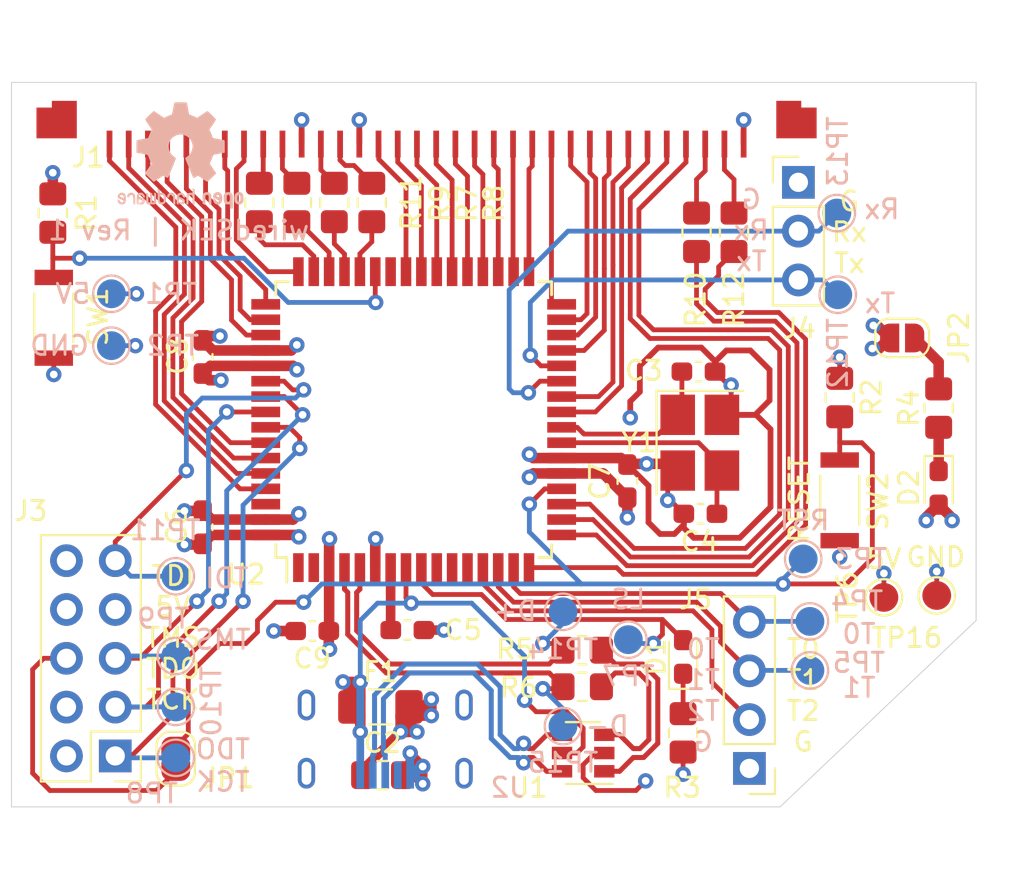
<source format=kicad_pcb>
(kicad_pcb (version 20171130) (host pcbnew 5.1.10)
  (layers (0 F.Cu signal) (1 In1.Cu power hide) (2 In2.Cu power hide) (31 B.Cu signal) (34 B.Paste user hide) (35 F.Paste user hide) (36 B.SilkS user) (37 F.SilkS user) (38 B.Mask user hide) (39 F.Mask user hide) (44 Edge.Cuts user))
  (net 0 "")
  (net 1 RESET)
  (net 2 +5V)
  (net 3 XTAL1)
  (net 4 XTAL2)
  (net 5 "Net-(C5-Pad1)")
  (net 6 LED_STATUS)
  (net 7 "Net-(D1-Pad1)")
  (net 8 "Net-(D2-Pad1)")
  (net 9 USB_CONN_D+)
  (net 10 USB_CONN_D-)
  (net 11 "Net-(J3-Pad6)")
  (net 12 TDI)
  (net 13 TMS)
  (net 14 TDO)
  (net 15 TCK)
  (net 16 TX)
  (net 17 RX)
  (net 18 T2)
  (net 19 T1)
  (net 20 T0)
  (net 21 HWB)
  (net 22 USB_D+)
  (net 23 USB_D-)
  (net 24 GND)
  (net 25 VBUS)
  (net 26 D+)
  (net 27 D-)
  (net 28 "Net-(JP2-Pad1)")
  (net 29 "Net-(J1-Pad33)")
  (net 30 "Net-(J1-Pad32)")
  (net 31 KCOL_16)
  (net 32 KCOL_15)
  (net 33 KCOL_14)
  (net 34 KCOL_13)
  (net 35 KCOL_12)
  (net 36 KCOL_11)
  (net 37 KCOL_10)
  (net 38 KCOL_9)
  (net 39 KCOL_8)
  (net 40 KCOL_7)
  (net 41 KCOL_6)
  (net 42 KCOL_5)
  (net 43 KCOL_4)
  (net 44 KCOL_3)
  (net 45 KCOL_2)
  (net 46 KCOL_1)
  (net 47 KCOL_0)
  (net 48 "Net-(J1-Pad13)")
  (net 49 "Net-(J1-Pad12)")
  (net 50 "Net-(J1-Pad10)")
  (net 51 "Net-(J1-Pad9)")
  (net 52 KROW_7)
  (net 53 KROW_6)
  (net 54 KROW_5)
  (net 55 KROW_4)
  (net 56 KROW_3)
  (net 57 KROW_2)
  (net 58 KROW_1)
  (net 59 KROW_0)
  (net 60 PRW_LED)
  (net 61 PRR_LED)
  (net 62 CL_LED)
  (net 63 FN_LED)
  (net 64 NL_LED)
  (net 65 RL_LED)
  (module WiredSEK:SKRKAEE020 (layer F.Cu) (at 111.1 62.75 270)
    (fp_text reference SW2 (at 0.05 -2 90) (layer F.SilkS))
    (fp_text value RST_SW)
    (pad 2 smd rect (at 2.1 0 270) (size 0.8 2) (layers F.Cu F.Paste F.Mask) (net 24 GND))
    (pad 1 smd rect (at -2.1 0 270) (size 0.8 2) (layers F.Cu F.Paste F.Mask) (net 1 RESET))
  )
  (module WiredSEK:SKRKAEE020 (layer F.Cu) (at 70.2 53.25 270)
    (fp_text reference SW1 (at -0.05 -2.3 90) (layer F.SilkS))
    (fp_text value HWB_SW)
    (pad 2 smd rect (at 2.1 0 270) (size 0.8 2) (layers F.Cu F.Paste F.Mask) (net 24 GND))
    (pad 1 smd rect (at -2.1 0 270) (size 0.8 2) (layers F.Cu F.Paste F.Mask) (net 21 HWB))
  )
  (module Symbol:OSHW-Logo2_7.3x6mm_SilkScreen (layer B.Cu) (at 76.8 44.8 180)
    (fp_text reference REF** hide)
    (fp_text value OSHW-Logo2_7.3x6mm_SilkScreen hide)
  )
  (module TestPoint:TestPoint_Pad_D1.5mm (layer B.Cu) (at 100.1 70)
    (fp_text reference TP7 (at 0 1.9) (layer B.SilkS) (effects (justify mirror)))
    (fp_text value LED_STATUS)
    (pad 1 smd circle (at 0 0) (size 1.5 1.5) (layers B.Cu B.Mask) (net 6 LED_STATUS))
  )
  (module WiredSEK:GMCB05801124EU (layer B.Cu) (at 87.45 75.35)
    (fp_text reference J2 (at 6.35 2.35) (layer B.SilkS) (effects (justify mirror)))
    (fp_text value USB_B_Micro)
    (pad 5 smd rect (at 1.3 1.7) (size 0.4 1.4) (layers B.Cu B.Paste B.Mask) (net 24 GND))
    (pad 4 smd rect (at 0.65 1.7) (size 0.4 1.4) (layers B.Cu B.Paste B.Mask))
    (pad 3 smd rect (at 0 1.7) (size 0.4 1.4) (layers B.Cu B.Paste B.Mask) (net 9 USB_CONN_D+))
    (pad 2 smd rect (at -0.65 1.7) (size 0.4 1.4) (layers B.Cu B.Paste B.Mask) (net 10 USB_CONN_D-))
    (pad 1 smd rect (at -1.3 1.7) (size 0.4 1.4) (layers B.Cu B.Paste B.Mask) (net 25 VBUS))
    (pad "" thru_hole oval (at 4.1 -1.95) (size 0.9 1.6) (drill oval 0.5 1.2) (layers *.Cu *.Mask))
    (pad "" thru_hole oval (at -4.1 -1.95) (size 0.9 1.6) (drill oval 0.5 1.2) (layers *.Cu *.Mask))
    (pad "" thru_hole oval (at -4.1 1.6) (size 0.9 1.6) (drill oval 0.5 1.2) (layers *.Cu *.Mask))
    (pad "" thru_hole oval (at 4.1 1.6) (size 0.9 1.6) (drill oval 0.5 1.2) (layers *.Cu *.Mask))
    (pad "" np_thru_hole circle (at -3 0) (size 1 1) (drill 1) (layers *.Cu *.Mask))
    (pad "" np_thru_hole circle (at 3 0) (size 1 1) (drill 1) (layers *.Cu *.Mask))
  )
  (module Capacitor_SMD:C_0603_1608Metric_Pad1.08x0.95mm_HandSolder (layer F.Cu) (at 88.6 69.5)
    (fp_text reference C5 (at 2.9 0) (layer F.SilkS))
    (fp_text value 1u)
    (pad 2 smd roundrect (at 0.8625 0) (size 1.075 0.95) (layers F.Cu F.Paste F.Mask) (net 24 GND))
    (pad 1 smd roundrect (at -0.8625 0) (size 1.075 0.95) (layers F.Cu F.Paste F.Mask) (net 5 "Net-(C5-Pad1)"))
  )
  (module LED_SMD:LED_0603_1608Metric_Pad1.05x0.95mm_HandSolder (layer F.Cu) (at 102.95 70.9 90)
    (fp_text reference D1 (at 0 -1.43 90) (layer F.SilkS))
    (fp_text value STATUS_LED)
    (pad 2 smd roundrect (at 0.875 0 90) (size 1.05 0.95) (layers F.Cu F.Paste F.Mask) (net 6 LED_STATUS))
    (pad 1 smd roundrect (at -0.875 0 90) (size 1.05 0.95) (layers F.Cu F.Paste F.Mask) (net 7 "Net-(D1-Pad1)"))
  )
  (module Package_QFP:TQFP-64_14x14mm_P0.8mm (layer F.Cu) (at 88.93 58.55 90)
    (fp_text reference U2 (at -8.05 -8.73 180) (layer F.SilkS))
    (fp_text value AT90USB646-AU)
    (pad 64 smd rect (at -6 -7.7 180) (size 1.5 0.55) (layers F.Cu F.Paste F.Mask) (net 2 +5V))
    (pad 63 smd rect (at -5.2 -7.7 180) (size 1.5 0.55) (layers F.Cu F.Paste F.Mask) (net 24 GND))
    (pad 62 smd rect (at -4.4 -7.7 180) (size 1.5 0.55) (layers F.Cu F.Paste F.Mask))
    (pad 61 smd rect (at -3.6 -7.7 180) (size 1.5 0.55) (layers F.Cu F.Paste F.Mask) (net 59 KROW_0))
    (pad 60 smd rect (at -2.8 -7.7 180) (size 1.5 0.55) (layers F.Cu F.Paste F.Mask) (net 58 KROW_1))
    (pad 59 smd rect (at -2 -7.7 180) (size 1.5 0.55) (layers F.Cu F.Paste F.Mask) (net 57 KROW_2))
    (pad 58 smd rect (at -1.2 -7.7 180) (size 1.5 0.55) (layers F.Cu F.Paste F.Mask) (net 56 KROW_3))
    (pad 57 smd rect (at -0.4 -7.7 180) (size 1.5 0.55) (layers F.Cu F.Paste F.Mask) (net 15 TCK))
    (pad 56 smd rect (at 0.4 -7.7 180) (size 1.5 0.55) (layers F.Cu F.Paste F.Mask) (net 13 TMS))
    (pad 55 smd rect (at 1.2 -7.7 180) (size 1.5 0.55) (layers F.Cu F.Paste F.Mask) (net 14 TDO))
    (pad 54 smd rect (at 2 -7.7 180) (size 1.5 0.55) (layers F.Cu F.Paste F.Mask) (net 12 TDI))
    (pad 53 smd rect (at 2.8 -7.7 180) (size 1.5 0.55) (layers F.Cu F.Paste F.Mask) (net 24 GND))
    (pad 52 smd rect (at 3.6 -7.7 180) (size 1.5 0.55) (layers F.Cu F.Paste F.Mask) (net 2 +5V))
    (pad 51 smd rect (at 4.4 -7.7 180) (size 1.5 0.55) (layers F.Cu F.Paste F.Mask) (net 55 KROW_4))
    (pad 50 smd rect (at 5.2 -7.7 180) (size 1.5 0.55) (layers F.Cu F.Paste F.Mask) (net 54 KROW_5))
    (pad 49 smd rect (at 6 -7.7 180) (size 1.5 0.55) (layers F.Cu F.Paste F.Mask) (net 53 KROW_6))
    (pad 48 smd rect (at 7.7 -6 90) (size 1.5 0.55) (layers F.Cu F.Paste F.Mask) (net 52 KROW_7))
    (pad 47 smd rect (at 7.7 -5.2 90) (size 1.5 0.55) (layers F.Cu F.Paste F.Mask) (net 64 NL_LED))
    (pad 46 smd rect (at 7.7 -4.4 90) (size 1.5 0.55) (layers F.Cu F.Paste F.Mask) (net 62 CL_LED))
    (pad 45 smd rect (at 7.7 -3.6 90) (size 1.5 0.55) (layers F.Cu F.Paste F.Mask) (net 60 PRW_LED))
    (pad 44 smd rect (at 7.7 -2.8 90) (size 1.5 0.55) (layers F.Cu F.Paste F.Mask) (net 61 PRR_LED))
    (pad 43 smd rect (at 7.7 -2 90) (size 1.5 0.55) (layers F.Cu F.Paste F.Mask) (net 21 HWB))
    (pad 42 smd rect (at 7.7 -1.2 90) (size 1.5 0.55) (layers F.Cu F.Paste F.Mask))
    (pad 41 smd rect (at 7.7 -0.4 90) (size 1.5 0.55) (layers F.Cu F.Paste F.Mask) (net 47 KCOL_0))
    (pad 40 smd rect (at 7.7 0.4 90) (size 1.5 0.55) (layers F.Cu F.Paste F.Mask) (net 46 KCOL_1))
    (pad 39 smd rect (at 7.7 1.2 90) (size 1.5 0.55) (layers F.Cu F.Paste F.Mask) (net 45 KCOL_2))
    (pad 38 smd rect (at 7.7 2 90) (size 1.5 0.55) (layers F.Cu F.Paste F.Mask) (net 44 KCOL_3))
    (pad 37 smd rect (at 7.7 2.8 90) (size 1.5 0.55) (layers F.Cu F.Paste F.Mask) (net 43 KCOL_4))
    (pad 36 smd rect (at 7.7 3.6 90) (size 1.5 0.55) (layers F.Cu F.Paste F.Mask) (net 42 KCOL_5))
    (pad 35 smd rect (at 7.7 4.4 90) (size 1.5 0.55) (layers F.Cu F.Paste F.Mask) (net 41 KCOL_6))
    (pad 34 smd rect (at 7.7 5.2 90) (size 1.5 0.55) (layers F.Cu F.Paste F.Mask) (net 40 KCOL_7))
    (pad 33 smd rect (at 7.7 6 90) (size 1.5 0.55) (layers F.Cu F.Paste F.Mask) (net 39 KCOL_8))
    (pad 32 smd rect (at 6 7.7 180) (size 1.5 0.55) (layers F.Cu F.Paste F.Mask) (net 38 KCOL_9))
    (pad 31 smd rect (at 5.2 7.7 180) (size 1.5 0.55) (layers F.Cu F.Paste F.Mask) (net 37 KCOL_10))
    (pad 30 smd rect (at 4.4 7.7 180) (size 1.5 0.55) (layers F.Cu F.Paste F.Mask) (net 36 KCOL_11))
    (pad 29 smd rect (at 3.6 7.7 180) (size 1.5 0.55) (layers F.Cu F.Paste F.Mask) (net 35 KCOL_12))
    (pad 28 smd rect (at 2.8 7.7 180) (size 1.5 0.55) (layers F.Cu F.Paste F.Mask) (net 16 TX))
    (pad 27 smd rect (at 2 7.7 180) (size 1.5 0.55) (layers F.Cu F.Paste F.Mask) (net 17 RX))
    (pad 26 smd rect (at 1.2 7.7 180) (size 1.5 0.55) (layers F.Cu F.Paste F.Mask) (net 34 KCOL_13))
    (pad 25 smd rect (at 0.4 7.7 180) (size 1.5 0.55) (layers F.Cu F.Paste F.Mask) (net 33 KCOL_14))
    (pad 24 smd rect (at -0.4 7.7 180) (size 1.5 0.55) (layers F.Cu F.Paste F.Mask) (net 3 XTAL1))
    (pad 23 smd rect (at -1.2 7.7 180) (size 1.5 0.55) (layers F.Cu F.Paste F.Mask) (net 4 XTAL2))
    (pad 22 smd rect (at -2 7.7 180) (size 1.5 0.55) (layers F.Cu F.Paste F.Mask) (net 24 GND))
    (pad 21 smd rect (at -2.8 7.7 180) (size 1.5 0.55) (layers F.Cu F.Paste F.Mask) (net 2 +5V))
    (pad 20 smd rect (at -3.6 7.7 180) (size 1.5 0.55) (layers F.Cu F.Paste F.Mask) (net 1 RESET))
    (pad 19 smd rect (at -4.4 7.7 180) (size 1.5 0.55) (layers F.Cu F.Paste F.Mask) (net 32 KCOL_15))
    (pad 18 smd rect (at -5.2 7.7 180) (size 1.5 0.55) (layers F.Cu F.Paste F.Mask) (net 31 KCOL_16))
    (pad 17 smd rect (at -6 7.7 180) (size 1.5 0.55) (layers F.Cu F.Paste F.Mask) (net 63 FN_LED))
    (pad 16 smd rect (at -7.7 6 90) (size 1.5 0.55) (layers F.Cu F.Paste F.Mask) (net 65 RL_LED))
    (pad 15 smd rect (at -7.7 5.2 90) (size 1.5 0.55) (layers F.Cu F.Paste F.Mask) (net 20 T0))
    (pad 14 smd rect (at -7.7 4.4 90) (size 1.5 0.55) (layers F.Cu F.Paste F.Mask) (net 19 T1))
    (pad 13 smd rect (at -7.7 3.6 90) (size 1.5 0.55) (layers F.Cu F.Paste F.Mask) (net 18 T2))
    (pad 12 smd rect (at -7.7 2.8 90) (size 1.5 0.55) (layers F.Cu F.Paste F.Mask))
    (pad 11 smd rect (at -7.7 2 90) (size 1.5 0.55) (layers F.Cu F.Paste F.Mask))
    (pad 10 smd rect (at -7.7 1.2 90) (size 1.5 0.55) (layers F.Cu F.Paste F.Mask))
    (pad 9 smd rect (at -7.7 0.4 90) (size 1.5 0.55) (layers F.Cu F.Paste F.Mask) (net 6 LED_STATUS))
    (pad 8 smd rect (at -7.7 -0.4 90) (size 1.5 0.55) (layers F.Cu F.Paste F.Mask) (net 25 VBUS))
    (pad 7 smd rect (at -7.7 -1.2 90) (size 1.5 0.55) (layers F.Cu F.Paste F.Mask) (net 5 "Net-(C5-Pad1)"))
    (pad 6 smd rect (at -7.7 -2 90) (size 1.5 0.55) (layers F.Cu F.Paste F.Mask) (net 24 GND))
    (pad 5 smd rect (at -7.7 -2.8 90) (size 1.5 0.55) (layers F.Cu F.Paste F.Mask) (net 26 D+))
    (pad 4 smd rect (at -7.7 -3.6 90) (size 1.5 0.55) (layers F.Cu F.Paste F.Mask) (net 27 D-))
    (pad 3 smd rect (at -7.7 -4.4 90) (size 1.5 0.55) (layers F.Cu F.Paste F.Mask) (net 2 +5V))
    (pad 2 smd rect (at -7.7 -5.2 90) (size 1.5 0.55) (layers F.Cu F.Paste F.Mask))
    (pad 1 smd rect (at -7.7 -6 90) (size 1.5 0.55) (layers F.Cu F.Paste F.Mask))
  )
  (module Resistor_SMD:R_0805_2012Metric_Pad1.20x1.40mm_HandSolder (layer F.Cu) (at 84.8 47.25 270)
    (fp_text reference R7 (at 0.05 -6.9 90) (layer F.SilkS))
    (fp_text value ??)
    (pad 2 smd roundrect (at 1 0 270) (size 1.2 1.4) (layers F.Cu F.Paste F.Mask) (roundrect_rratio 0.208333) (net 60 PRW_LED))
    (pad 1 smd roundrect (at -1 0 270) (size 1.2 1.4) (layers F.Cu F.Paste F.Mask) (roundrect_rratio 0.208333) (net 49 "Net-(J1-Pad12)"))
  )
  (module Resistor_SMD:R_0805_2012Metric_Pad1.20x1.40mm_HandSolder (layer F.Cu) (at 80.9 47.25 270)
    (fp_text reference R11 (at 0 -7.9 90) (layer F.SilkS))
    (fp_text value 2k)
    (pad 2 smd roundrect (at 1 0 270) (size 1.2 1.4) (layers F.Cu F.Paste F.Mask) (roundrect_rratio 0.208333) (net 64 NL_LED))
    (pad 1 smd roundrect (at -1 0 270) (size 1.2 1.4) (layers F.Cu F.Paste F.Mask) (roundrect_rratio 0.208333) (net 51 "Net-(J1-Pad9)"))
  )
  (module WiredSEK:F52R-1A7H1-11034 (layer F.Cu) (at 89.6 43.91)
    (fp_text reference J1 (at -17.6 0.99) (layer F.SilkS))
    (fp_text value Conn_01x34)
    (pad 34 smd rect (at 16.5 0.3) (size 0.3 1.4) (layers F.Cu F.Paste F.Mask) (net 24 GND))
    (pad 33 smd rect (at 15.5 0.3) (size 0.3 1.4) (layers F.Cu F.Paste F.Mask) (net 29 "Net-(J1-Pad33)"))
    (pad 32 smd rect (at 14.5 0.3) (size 0.3 1.4) (layers F.Cu F.Paste F.Mask) (net 30 "Net-(J1-Pad32)"))
    (pad 31 smd rect (at 13.5 0.3) (size 0.3 1.4) (layers F.Cu F.Paste F.Mask) (net 31 KCOL_16))
    (pad 30 smd rect (at 12.5 0.3) (size 0.3 1.4) (layers F.Cu F.Paste F.Mask) (net 32 KCOL_15))
    (pad 29 smd rect (at 11.5 0.3) (size 0.3 1.4) (layers F.Cu F.Paste F.Mask) (net 33 KCOL_14))
    (pad 28 smd rect (at 10.5 0.3) (size 0.3 1.4) (layers F.Cu F.Paste F.Mask) (net 34 KCOL_13))
    (pad 27 smd rect (at 9.5 0.3) (size 0.3 1.4) (layers F.Cu F.Paste F.Mask) (net 35 KCOL_12))
    (pad 26 smd rect (at 8.5 0.3) (size 0.3 1.4) (layers F.Cu F.Paste F.Mask) (net 36 KCOL_11))
    (pad 25 smd rect (at 7.5 0.3) (size 0.3 1.4) (layers F.Cu F.Paste F.Mask) (net 37 KCOL_10))
    (pad 24 smd rect (at 6.5 0.3) (size 0.3 1.4) (layers F.Cu F.Paste F.Mask) (net 38 KCOL_9))
    (pad 23 smd rect (at 5.5 0.3) (size 0.3 1.4) (layers F.Cu F.Paste F.Mask) (net 39 KCOL_8))
    (pad 22 smd rect (at 4.5 0.3) (size 0.3 1.4) (layers F.Cu F.Paste F.Mask) (net 40 KCOL_7))
    (pad 21 smd rect (at 3.5 0.3) (size 0.3 1.4) (layers F.Cu F.Paste F.Mask) (net 41 KCOL_6))
    (pad 20 smd rect (at 2.5 0.3) (size 0.3 1.4) (layers F.Cu F.Paste F.Mask) (net 42 KCOL_5))
    (pad 19 smd rect (at 1.5 0.3) (size 0.3 1.4) (layers F.Cu F.Paste F.Mask) (net 43 KCOL_4))
    (pad 18 smd rect (at 0.5 0.3) (size 0.3 1.4) (layers F.Cu F.Paste F.Mask) (net 44 KCOL_3))
    (pad 17 smd rect (at -0.5 0.3) (size 0.3 1.4) (layers F.Cu F.Paste F.Mask) (net 45 KCOL_2))
    (pad 16 smd rect (at -1.5 0.3) (size 0.3 1.4) (layers F.Cu F.Paste F.Mask) (net 46 KCOL_1))
    (pad 15 smd rect (at -2.5 0.3) (size 0.3 1.4) (layers F.Cu F.Paste F.Mask) (net 47 KCOL_0))
    (pad 14 smd rect (at -3.5 0.3) (size 0.3 1.4) (layers F.Cu F.Paste F.Mask) (net 2 +5V))
    (pad 13 smd rect (at -4.5 0.3) (size 0.3 1.4) (layers F.Cu F.Paste F.Mask) (net 48 "Net-(J1-Pad13)"))
    (pad 12 smd rect (at -5.5 0.3) (size 0.3 1.4) (layers F.Cu F.Paste F.Mask) (net 49 "Net-(J1-Pad12)"))
    (pad 11 smd rect (at -6.5 0.3) (size 0.3 1.4) (layers F.Cu F.Paste F.Mask) (net 24 GND))
    (pad 10 smd rect (at -7.5 0.3) (size 0.3 1.4) (layers F.Cu F.Paste F.Mask) (net 50 "Net-(J1-Pad10)"))
    (pad 9 smd rect (at -8.5 0.3) (size 0.3 1.4) (layers F.Cu F.Paste F.Mask) (net 51 "Net-(J1-Pad9)"))
    (pad 8 smd rect (at -9.5 0.3) (size 0.3 1.4) (layers F.Cu F.Paste F.Mask) (net 52 KROW_7))
    (pad 7 smd rect (at -10.5 0.3) (size 0.3 1.4) (layers F.Cu F.Paste F.Mask) (net 53 KROW_6))
    (pad 6 smd rect (at -11.5 0.3) (size 0.3 1.4) (layers F.Cu F.Paste F.Mask) (net 54 KROW_5))
    (pad 5 smd rect (at -12.5 0.3) (size 0.3 1.4) (layers F.Cu F.Paste F.Mask) (net 55 KROW_4))
    (pad 4 smd rect (at -13.5 0.3) (size 0.3 1.4) (layers F.Cu F.Paste F.Mask) (net 56 KROW_3))
    (pad 3 smd rect (at -14.5 0.3) (size 0.3 1.4) (layers F.Cu F.Paste F.Mask) (net 57 KROW_2))
    (pad 2 smd rect (at -15.5 0.3) (size 0.3 1.4) (layers F.Cu F.Paste F.Mask) (net 58 KROW_1))
    (pad "" smd custom (at -19.25 -0.8) (size 2.1 1.6) (layers F.Cu F.Paste F.Mask) (options (clearance outline) (anchor rect)) (primitives (gr_poly (pts (xy 1.05 -1.15) (xy 1.05 -0.8) (xy -0.25 -0.8) (xy -0.25 -1.15)) (width 0))))
    (pad "" smd custom (at 19.25 -0.8) (size 2.1 1.6) (layers F.Cu F.Paste F.Mask) (options (clearance outline) (anchor rect)) (primitives (gr_poly (pts (xy -1.05 -1.15) (xy -1.05 -0.8) (xy 0.25 -0.8) (xy 0.25 -1.15)) (width 0))))
    (pad 1 smd rect (at -16.5 0.3) (size 0.3 1.4) (layers F.Cu F.Paste F.Mask) (net 59 KROW_0))
  )
  (module Connector_PinHeader_2.54mm:PinHeader_1x03_P2.54mm_Vertical (layer F.Cu) (at 108.95 46.2)
    (fp_text reference J4 (at 0.05 7.6) (layer F.SilkS))
    (fp_text value "Serial RX/TX")
    (pad 3 thru_hole oval (at 0 5.08) (size 1.7 1.7) (drill 1) (layers *.Cu *.Mask) (net 16 TX))
    (pad 2 thru_hole oval (at 0 2.54) (size 1.7 1.7) (drill 1) (layers *.Cu *.Mask) (net 17 RX))
    (pad 1 thru_hole rect (at 0 0) (size 1.7 1.7) (drill 1) (layers *.Cu *.Mask) (net 24 GND))
  )
  (module Resistor_SMD:R_0805_2012Metric_Pad1.20x1.40mm_HandSolder (layer F.Cu) (at 105.6 48.8 270)
    (fp_text reference R12 (at 3.5 0 90) (layer F.SilkS))
    (fp_text value 2k)
    (pad 2 smd roundrect (at 1 0 270) (size 1.2 1.4) (layers F.Cu F.Paste F.Mask) (roundrect_rratio 0.208333) (net 65 RL_LED))
    (pad 1 smd roundrect (at -1 0 270) (size 1.2 1.4) (layers F.Cu F.Paste F.Mask) (roundrect_rratio 0.208333) (net 29 "Net-(J1-Pad33)"))
  )
  (module Resistor_SMD:R_0805_2012Metric_Pad1.20x1.40mm_HandSolder (layer F.Cu) (at 103.65 48.8 270)
    (fp_text reference R10 (at 3.5 0.05 90) (layer F.SilkS))
    (fp_text value 2k)
    (pad 2 smd roundrect (at 1 0 270) (size 1.2 1.4) (layers F.Cu F.Paste F.Mask) (roundrect_rratio 0.208333) (net 63 FN_LED))
    (pad 1 smd roundrect (at -1 0 270) (size 1.2 1.4) (layers F.Cu F.Paste F.Mask) (roundrect_rratio 0.208333) (net 30 "Net-(J1-Pad32)"))
  )
  (module Resistor_SMD:R_0805_2012Metric_Pad1.20x1.40mm_HandSolder (layer F.Cu) (at 82.85 47.25 270)
    (fp_text reference R9 (at 0.05 -7.45 90) (layer F.SilkS))
    (fp_text value 2k)
    (pad 2 smd roundrect (at 1 0 270) (size 1.2 1.4) (layers F.Cu F.Paste F.Mask) (roundrect_rratio 0.208333) (net 62 CL_LED))
    (pad 1 smd roundrect (at -1 0 270) (size 1.2 1.4) (layers F.Cu F.Paste F.Mask) (roundrect_rratio 0.208333) (net 50 "Net-(J1-Pad10)"))
  )
  (module Resistor_SMD:R_0805_2012Metric_Pad1.20x1.40mm_HandSolder (layer F.Cu) (at 86.75 47.25 270)
    (fp_text reference R8 (at 0.05 -6.35 90) (layer F.SilkS))
    (fp_text value ??)
    (pad 2 smd roundrect (at 1 0 270) (size 1.2 1.4) (layers F.Cu F.Paste F.Mask) (roundrect_rratio 0.208333) (net 61 PRR_LED))
    (pad 1 smd roundrect (at -1 0 270) (size 1.2 1.4) (layers F.Cu F.Paste F.Mask) (roundrect_rratio 0.208333) (net 48 "Net-(J1-Pad13)"))
  )
  (module Jumper:SolderJumper-2_P1.3mm_Open_RoundedPad1.0x1.5mm (layer F.Cu) (at 114.35 54.3 180)
    (fp_text reference JP2 (at -2.95 0 90) (layer F.SilkS))
    (fp_text value Jumper_2_Open)
    (pad 2 smd custom (at 0.65 0 180) (size 1 0.5) (layers F.Cu F.Mask) (net 24 GND) (options (clearance outline) (anchor rect)) (primitives (gr_circle (center 0 0.25) (end 0.5 0.25) (width 0)) (gr_circle (center 0 -0.25) (end 0.5 -0.25) (width 0)) (gr_poly (pts (xy 0 -0.75) (xy -0.5 -0.75) (xy -0.5 0.75) (xy 0 0.75)) (width 0))))
    (pad 1 smd custom (at -0.65 0 180) (size 1 0.5) (layers F.Cu F.Mask) (net 28 "Net-(JP2-Pad1)") (options (clearance outline) (anchor rect)) (primitives (gr_circle (center 0 0.25) (end 0.5 0.25) (width 0)) (gr_circle (center 0 -0.25) (end 0.5 -0.25) (width 0)) (gr_poly (pts (xy 0 -0.75) (xy 0.5 -0.75) (xy 0.5 0.75) (xy 0 0.75)) (width 0))))
  )
  (module LED_SMD:LED_0603_1608Metric_Pad1.05x0.95mm_HandSolder (layer F.Cu) (at 116.25 62.1 270)
    (fp_text reference D2 (at 0 1.55 90) (layer F.SilkS))
    (fp_text value PWR)
    (pad 2 smd roundrect (at 0.875 0 270) (size 1.05 0.95) (layers F.Cu F.Paste F.Mask) (net 2 +5V))
    (pad 1 smd roundrect (at -0.875 0 270) (size 1.05 0.95) (layers F.Cu F.Paste F.Mask) (net 8 "Net-(D2-Pad1)"))
  )
  (module Crystal:Crystal_SMD_3225-4Pin_3.2x2.5mm_HandSoldering (layer F.Cu) (at 103.82 59.75 270)
    (fp_text reference Y1 (at -0.03 3.17) (layer F.SilkS))
    (fp_text value "16 Mhz")
    (pad 4 smd rect (at -1.45 -1.15 270) (size 2.1 1.8) (layers F.Cu F.Paste F.Mask) (net 24 GND))
    (pad 3 smd rect (at 1.45 -1.15 270) (size 2.1 1.8) (layers F.Cu F.Paste F.Mask) (net 4 XTAL2))
    (pad 2 smd rect (at 1.45 1.15 270) (size 2.1 1.8) (layers F.Cu F.Paste F.Mask) (net 24 GND))
    (pad 1 smd rect (at -1.45 1.15 270) (size 2.1 1.8) (layers F.Cu F.Paste F.Mask) (net 3 XTAL1))
  )
  (module Package_TO_SOT_SMD:SOT-23-6 (layer F.Cu) (at 97.75 75.9 180)
    (fp_text reference U1 (at 2.85 -1.8) (layer F.SilkS))
    (fp_text value USBLC6-2SC6)
    (pad 5 smd rect (at 1.1 0 180) (size 1.06 0.65) (layers F.Cu F.Paste F.Mask) (net 25 VBUS))
    (pad 6 smd rect (at 1.1 -0.95 180) (size 1.06 0.65) (layers F.Cu F.Paste F.Mask) (net 9 USB_CONN_D+))
    (pad 4 smd rect (at 1.1 0.95 180) (size 1.06 0.65) (layers F.Cu F.Paste F.Mask) (net 10 USB_CONN_D-))
    (pad 3 smd rect (at -1.1 0.95 180) (size 1.06 0.65) (layers F.Cu F.Paste F.Mask) (net 23 USB_D-))
    (pad 2 smd rect (at -1.1 0 180) (size 1.06 0.65) (layers F.Cu F.Paste F.Mask) (net 24 GND))
    (pad 1 smd rect (at -1.1 -0.95 180) (size 1.06 0.65) (layers F.Cu F.Paste F.Mask) (net 22 USB_D+))
  )
  (module TestPoint:TestPoint_Pad_D1.5mm (layer F.Cu) (at 116.15 67.7)
    (fp_text reference TP16 (at -1.55 2.2) (layer F.SilkS))
    (fp_text value GND)
    (pad 1 smd circle (at 0 0) (size 1.5 1.5) (layers F.Cu F.Mask) (net 24 GND))
  )
  (module TestPoint:TestPoint_Pad_D1.5mm (layer B.Cu) (at 96.7 74.5)
    (fp_text reference TP15 (at 0 1.9) (layer B.SilkS) (effects (justify mirror)))
    (fp_text value USB_D-)
    (pad 1 smd circle (at 0 0) (size 1.5 1.5) (layers B.Cu B.Mask) (net 27 D-))
  )
  (module TestPoint:TestPoint_Pad_D1.5mm (layer B.Cu) (at 96.7 68.55)
    (fp_text reference TP14 (at 0 1.95) (layer B.SilkS) (effects (justify mirror)))
    (fp_text value USB_D+)
    (pad 1 smd circle (at 0 0) (size 1.5 1.5) (layers B.Cu B.Mask) (net 26 D+))
  )
  (module TestPoint:TestPoint_Pad_D1.5mm (layer B.Cu) (at 110.95 47.8)
    (fp_text reference TP13 (at 0.05 -3.2 90) (layer B.SilkS) (effects (justify mirror)))
    (fp_text value RX)
    (pad 1 smd circle (at 0 0) (size 1.5 1.5) (layers B.Cu B.Mask) (net 17 RX))
  )
  (module TestPoint:TestPoint_Pad_D1.5mm (layer B.Cu) (at 111 52.05)
    (fp_text reference TP12 (at 0 3.05 90) (layer B.SilkS) (effects (justify mirror)))
    (fp_text value TX)
    (pad 1 smd circle (at 0 0) (size 1.5 1.5) (layers B.Cu B.Mask) (net 16 TX))
  )
  (module TestPoint:TestPoint_Pad_D1.5mm (layer B.Cu) (at 76.55 66.7)
    (fp_text reference TP11 (at -0.55 -2.4) (layer B.SilkS) (effects (justify mirror)))
    (fp_text value TDI)
    (pad 1 smd circle (at 0 0) (size 1.5 1.5) (layers B.Cu B.Mask) (net 12 TDI))
  )
  (module TestPoint:TestPoint_Pad_D1.5mm (layer B.Cu) (at 76.55 73.5)
    (fp_text reference TP10 (at 1.85 -0.3 90) (layer B.SilkS) (effects (justify mirror)))
    (fp_text value TDO)
    (pad 1 smd circle (at 0 0) (size 1.5 1.5) (layers B.Cu B.Mask) (net 14 TDO))
  )
  (module TestPoint:TestPoint_Pad_D1.5mm (layer B.Cu) (at 76.55 70.85)
    (fp_text reference TP9 (at -0.65 -1.95) (layer B.SilkS) (effects (justify mirror)))
    (fp_text value TMS)
    (pad 1 smd circle (at 0 0) (size 1.5 1.5) (layers B.Cu B.Mask) (net 13 TMS))
  )
  (module TestPoint:TestPoint_Pad_D1.5mm (layer B.Cu) (at 76.55 76.15)
    (fp_text reference TP8 (at -1.25 1.85) (layer B.SilkS) (effects (justify mirror)))
    (fp_text value TCK)
    (pad 1 smd circle (at 0 0) (size 1.5 1.5) (layers B.Cu B.Mask) (net 15 TCK))
  )
  (module TestPoint:TestPoint_Pad_D1.5mm (layer F.Cu) (at 113.4 67.8)
    (fp_text reference TP6 (at -1.9 0 90) (layer F.SilkS))
    (fp_text value VCC)
    (pad 1 smd circle (at 0 0) (size 1.5 1.5) (layers F.Cu F.Mask) (net 2 +5V))
  )
  (module TestPoint:TestPoint_Pad_D1.5mm (layer B.Cu) (at 109.55 71.6)
    (fp_text reference TP5 (at 2.55 -0.4) (layer B.SilkS) (effects (justify mirror)))
    (fp_text value T1)
    (pad 1 smd circle (at 0 0) (size 1.5 1.5) (layers B.Cu B.Mask) (net 19 T1))
  )
  (module TestPoint:TestPoint_Pad_D1.5mm (layer B.Cu) (at 109.55 69.05)
    (fp_text reference TP4 (at 2.45 -1.05) (layer B.SilkS) (effects (justify mirror)))
    (fp_text value T0)
    (pad 1 smd circle (at 0 0) (size 1.5 1.5) (layers B.Cu B.Mask) (net 20 T0))
  )
  (module TestPoint:TestPoint_Pad_D1.5mm (layer B.Cu) (at 109.2 65.8)
    (fp_text reference TP3 (at 3 0) (layer B.SilkS) (effects (justify mirror)))
    (fp_text value RESET)
    (pad 1 smd circle (at 0 0) (size 1.5 1.5) (layers B.Cu B.Mask) (net 1 RESET))
  )
  (module TestPoint:TestPoint_Pad_D1.5mm (layer B.Cu) (at 73.2 54.7)
    (fp_text reference TP2 (at 3.2 0) (layer B.SilkS) (effects (justify mirror)))
    (fp_text value GND)
    (pad 1 smd circle (at 0 0) (size 1.5 1.5) (layers B.Cu B.Mask) (net 24 GND))
  )
  (module TestPoint:TestPoint_Pad_D1.5mm (layer B.Cu) (at 73.2 52)
    (fp_text reference TP1 (at 3.1 0) (layer B.SilkS) (effects (justify mirror)))
    (fp_text value VCC)
    (pad 1 smd circle (at 0 0) (size 1.5 1.5) (layers B.Cu B.Mask) (net 2 +5V))
  )
  (module Resistor_SMD:R_0805_2012Metric_Pad1.20x1.40mm_HandSolder (layer F.Cu) (at 97.7 72.45)
    (fp_text reference R6 (at -3.3 0.05) (layer F.SilkS))
    (fp_text value 22)
    (pad 2 smd roundrect (at 1 0) (size 1.2 1.4) (layers F.Cu F.Paste F.Mask) (roundrect_rratio 0.208333) (net 23 USB_D-))
    (pad 1 smd roundrect (at -1 0) (size 1.2 1.4) (layers F.Cu F.Paste F.Mask) (roundrect_rratio 0.208333) (net 27 D-))
  )
  (module Resistor_SMD:R_0805_2012Metric_Pad1.20x1.40mm_HandSolder (layer F.Cu) (at 97.7 70.55)
    (fp_text reference R5 (at -3.5 -0.05) (layer F.SilkS))
    (fp_text value 22)
    (pad 2 smd roundrect (at 1 0) (size 1.2 1.4) (layers F.Cu F.Paste F.Mask) (roundrect_rratio 0.208333) (net 22 USB_D+))
    (pad 1 smd roundrect (at -1 0) (size 1.2 1.4) (layers F.Cu F.Paste F.Mask) (roundrect_rratio 0.208333) (net 26 D+))
  )
  (module Resistor_SMD:R_0805_2012Metric_Pad1.20x1.40mm_HandSolder (layer F.Cu) (at 116.25 57.95 90)
    (fp_text reference R4 (at 0 -1.55 90) (layer F.SilkS))
    (fp_text value 470)
    (pad 2 smd roundrect (at 1 0 90) (size 1.2 1.4) (layers F.Cu F.Paste F.Mask) (roundrect_rratio 0.208333) (net 28 "Net-(JP2-Pad1)"))
    (pad 1 smd roundrect (at -1 0 90) (size 1.2 1.4) (layers F.Cu F.Paste F.Mask) (roundrect_rratio 0.208333) (net 8 "Net-(D2-Pad1)"))
  )
  (module Resistor_SMD:R_0805_2012Metric_Pad1.20x1.40mm_HandSolder (layer F.Cu) (at 102.95 74.85 270)
    (fp_text reference R3 (at 2.85 0.05 180) (layer F.SilkS))
    (fp_text value 470)
    (pad 2 smd roundrect (at 1 0 270) (size 1.2 1.4) (layers F.Cu F.Paste F.Mask) (roundrect_rratio 0.208333) (net 24 GND))
    (pad 1 smd roundrect (at -1 0 270) (size 1.2 1.4) (layers F.Cu F.Paste F.Mask) (roundrect_rratio 0.208333) (net 7 "Net-(D1-Pad1)"))
  )
  (module Resistor_SMD:R_0805_2012Metric_Pad1.20x1.40mm_HandSolder (layer F.Cu) (at 111.1 57.4 270)
    (fp_text reference R2 (at 0 -1.65 90) (layer F.SilkS))
    (fp_text value 10k)
    (pad 2 smd roundrect (at 1 0 270) (size 1.2 1.4) (layers F.Cu F.Paste F.Mask) (roundrect_rratio 0.208333) (net 1 RESET))
    (pad 1 smd roundrect (at -1 0 270) (size 1.2 1.4) (layers F.Cu F.Paste F.Mask) (roundrect_rratio 0.208333) (net 2 +5V))
  )
  (module Resistor_SMD:R_0805_2012Metric_Pad1.20x1.40mm_HandSolder (layer F.Cu) (at 70.15 47.8 270)
    (fp_text reference R1 (at 0 -1.75 90) (layer F.SilkS))
    (fp_text value 10k)
    (pad 2 smd roundrect (at 1 0 270) (size 1.2 1.4) (layers F.Cu F.Paste F.Mask) (roundrect_rratio 0.208333) (net 21 HWB))
    (pad 1 smd roundrect (at -1 0 270) (size 1.2 1.4) (layers F.Cu F.Paste F.Mask) (roundrect_rratio 0.208333) (net 2 +5V))
  )
  (module Jumper:SolderJumper-2_P1.3mm_Open_RoundedPad1.0x1.5mm (layer F.Cu) (at 76.55 76.2 90)
    (fp_text reference JP1 (at -1 2.75 180) (layer F.SilkS))
    (fp_text value Jumper_2_Open)
    (pad 2 smd custom (at 0.65 0 90) (size 1 0.5) (layers F.Cu F.Mask) (net 1 RESET) (options (clearance outline) (anchor rect)) (primitives (gr_circle (center 0 0.25) (end 0.5 0.25) (width 0)) (gr_circle (center 0 -0.25) (end 0.5 -0.25) (width 0)) (gr_poly (pts (xy 0 -0.75) (xy -0.5 -0.75) (xy -0.5 0.75) (xy 0 0.75)) (width 0))))
    (pad 1 smd custom (at -0.65 0 90) (size 1 0.5) (layers F.Cu F.Mask) (net 11 "Net-(J3-Pad6)") (options (clearance outline) (anchor rect)) (primitives (gr_circle (center 0 0.25) (end 0.5 0.25) (width 0)) (gr_circle (center 0 -0.25) (end 0.5 -0.25) (width 0)) (gr_poly (pts (xy 0 -0.75) (xy 0.5 -0.75) (xy 0.5 0.75) (xy 0 0.75)) (width 0))))
  )
  (module Connector_PinHeader_2.54mm:PinHeader_1x04_P2.54mm_Vertical (layer F.Cu) (at 106.4 76.7 180)
    (fp_text reference J5 (at 2.8 8.8) (layer F.SilkS))
    (fp_text value Testpad)
    (pad 4 thru_hole oval (at 0 7.62 180) (size 1.7 1.7) (drill 1) (layers *.Cu *.Mask) (net 20 T0))
    (pad 3 thru_hole oval (at 0 5.08 180) (size 1.7 1.7) (drill 1) (layers *.Cu *.Mask) (net 19 T1))
    (pad 2 thru_hole oval (at 0 2.54 180) (size 1.7 1.7) (drill 1) (layers *.Cu *.Mask) (net 18 T2))
    (pad 1 thru_hole rect (at 0 0 180) (size 1.7 1.7) (drill 1) (layers *.Cu *.Mask) (net 24 GND))
  )
  (module Connector_PinHeader_2.54mm:PinHeader_2x05_P2.54mm_Vertical (layer F.Cu) (at 73.4 76.05 180)
    (fp_text reference J3 (at 4.4 12.75 180) (layer F.SilkS))
    (fp_text value AVR-JTAG-10)
    (pad 10 thru_hole oval (at 2.54 10.16 180) (size 1.7 1.7) (drill 1) (layers *.Cu *.Mask) (net 24 GND))
    (pad 9 thru_hole oval (at 0 10.16 180) (size 1.7 1.7) (drill 1) (layers *.Cu *.Mask) (net 12 TDI))
    (pad 8 thru_hole oval (at 2.54 7.62 180) (size 1.7 1.7) (drill 1) (layers *.Cu *.Mask))
    (pad 7 thru_hole oval (at 0 7.62 180) (size 1.7 1.7) (drill 1) (layers *.Cu *.Mask) (net 2 +5V))
    (pad 6 thru_hole oval (at 2.54 5.08 180) (size 1.7 1.7) (drill 1) (layers *.Cu *.Mask) (net 11 "Net-(J3-Pad6)"))
    (pad 5 thru_hole oval (at 0 5.08 180) (size 1.7 1.7) (drill 1) (layers *.Cu *.Mask) (net 13 TMS))
    (pad 4 thru_hole oval (at 2.54 2.54 180) (size 1.7 1.7) (drill 1) (layers *.Cu *.Mask) (net 2 +5V))
    (pad 3 thru_hole oval (at 0 2.54 180) (size 1.7 1.7) (drill 1) (layers *.Cu *.Mask) (net 14 TDO))
    (pad 2 thru_hole oval (at 2.54 0 180) (size 1.7 1.7) (drill 1) (layers *.Cu *.Mask) (net 24 GND))
    (pad 1 thru_hole rect (at 0 0 180) (size 1.7 1.7) (drill 1) (layers *.Cu *.Mask) (net 15 TCK))
  )
  (module Fuse:Fuse_1206_3216Metric_Pad1.42x1.75mm_HandSolder (layer F.Cu) (at 87.2 73.5)
    (fp_text reference F1 (at 0 -1.82) (layer F.SilkS))
    (fp_text value 250mA)
    (pad 2 smd roundrect (at 1.4875 0) (size 1.425 1.75) (layers F.Cu F.Paste F.Mask) (roundrect_rratio 0.175439) (net 2 +5V))
    (pad 1 smd roundrect (at -1.4875 0) (size 1.425 1.75) (layers F.Cu F.Paste F.Mask) (roundrect_rratio 0.175439) (net 25 VBUS))
  )
  (module Capacitor_SMD:C_0603_1608Metric_Pad1.08x0.95mm_HandSolder (layer F.Cu) (at 83.65 69.55 180)
    (fp_text reference C9 (at 0 -1.43) (layer F.SilkS))
    (fp_text value 100n)
    (pad 2 smd roundrect (at 0.8625 0 180) (size 1.075 0.95) (layers F.Cu F.Paste F.Mask) (net 24 GND))
    (pad 1 smd roundrect (at -0.8625 0 180) (size 1.075 0.95) (layers F.Cu F.Paste F.Mask) (net 2 +5V))
  )
  (module Capacitor_SMD:C_0603_1608Metric_Pad1.08x0.95mm_HandSolder (layer F.Cu) (at 77.95 55.2875 270)
    (fp_text reference C8 (at -0.0375 1.3 90) (layer F.SilkS))
    (fp_text value 100n)
    (pad 1 smd roundrect (at -0.8625 0 270) (size 1.075 0.95) (layers F.Cu F.Paste F.Mask) (net 2 +5V))
    (pad 2 smd roundrect (at 0.8625 0 270) (size 1.075 0.95) (layers F.Cu F.Paste F.Mask) (net 24 GND))
  )
  (module Capacitor_SMD:C_0603_1608Metric_Pad1.08x0.95mm_HandSolder (layer F.Cu) (at 100.05 61.75 90)
    (fp_text reference C7 (at 0 -1.43 90) (layer F.SilkS))
    (fp_text value 100n)
    (pad 2 smd roundrect (at 0.8625 0 90) (size 1.075 0.95) (layers F.Cu F.Paste F.Mask) (net 24 GND))
    (pad 1 smd roundrect (at -0.8625 0 90) (size 1.075 0.95) (layers F.Cu F.Paste F.Mask) (net 2 +5V))
  )
  (module Capacitor_SMD:C_0603_1608Metric_Pad1.08x0.95mm_HandSolder (layer F.Cu) (at 77.95 64.15 90)
    (fp_text reference C6 (at 0.05 -1.35 90) (layer F.SilkS))
    (fp_text value 100n)
    (pad 2 smd roundrect (at 0.8625 0 90) (size 1.075 0.95) (layers F.Cu F.Paste F.Mask) (net 24 GND))
    (pad 1 smd roundrect (at -0.8625 0 90) (size 1.075 0.95) (layers F.Cu F.Paste F.Mask) (net 2 +5V))
  )
  (module Capacitor_SMD:C_0603_1608Metric_Pad1.08x0.95mm_HandSolder (layer F.Cu) (at 103.85 63.45 180)
    (fp_text reference C4 (at 0.05 -1.45) (layer F.SilkS))
    (fp_text value 18p)
    (pad 1 smd roundrect (at -0.8625 0 180) (size 1.075 0.95) (layers F.Cu F.Paste F.Mask) (net 4 XTAL2))
    (pad 2 smd roundrect (at 0.8625 0 180) (size 1.075 0.95) (layers F.Cu F.Paste F.Mask) (net 24 GND))
  )
  (module Capacitor_SMD:C_0603_1608Metric_Pad1.08x0.95mm_HandSolder (layer F.Cu) (at 103.75 56.05)
    (fp_text reference C3 (at -2.85 -0.05) (layer F.SilkS))
    (fp_text value 18p)
    (pad 2 smd roundrect (at 0.8625 0) (size 1.075 0.95) (layers F.Cu F.Paste F.Mask) (net 24 GND))
    (pad 1 smd roundrect (at -0.8625 0) (size 1.075 0.95) (layers F.Cu F.Paste F.Mask) (net 3 XTAL1))
  )
  (module Capacitor_SMD:C_0805_2012Metric_Pad1.18x1.45mm_HandSolder (layer F.Cu) (at 87.3 77.05)
    (fp_text reference C2 (at 0 -1.68) (layer F.SilkS))
    (fp_text value 10u)
    (pad 2 smd roundrect (at 1.0375 0) (size 1.175 1.45) (layers F.Cu F.Paste F.Mask) (roundrect_rratio 0.212766) (net 24 GND))
    (pad 1 smd roundrect (at -1.0375 0) (size 1.175 1.45) (layers F.Cu F.Paste F.Mask) (roundrect_rratio 0.212766) (net 2 +5V))
  )
  (module MountingHole:MountingHole_3mm (layer F.Cu) (at 72.3 60.3)
    (fp_text reference H2 hide)
    (fp_text value MountingHole)
    (pad 1 np_thru_hole circle (at 0 0) (size 3 3) (drill 3) (layers *.Cu *.Mask))
  )
  (module MountingHole:MountingHole_2.5mm (layer F.Cu) (at 80.3 73.2)
    (fp_text reference H4 hide)
    (fp_text value MountingHole)
    (pad 1 np_thru_hole circle (at 0 0) (size 2.5 2.5) (drill 2.5) (layers *.Cu *.Mask))
  )
  (module MountingHole:MountingHole_2.5mm (layer F.Cu) (at 114.2 49.8)
    (fp_text reference H3 hide)
    (fp_text value MountingHole)
    (pad 1 np_thru_hole circle (at 0 0) (size 2.5 2.5) (drill 2.5) (layers *.Cu *.Mask))
  )
  (module MountingHole:MountingHole_3mm (layer F.Cu) (at 114.2 44.9)
    (fp_text reference H1 hide)
    (fp_text value MountingHole)
    (pad 1 np_thru_hole circle (at 0 0) (size 3 3) (drill 3) (layers *.Cu *.Mask))
  )
  (gr_text GND (at 116.1 65.7) (layer F.SilkS) (effects (font (size 1 1))))
  (gr_text 5V (at 113.4 65.8) (layer F.SilkS) (effects (font (size 1 1))))
  (gr_text "wiredSEK | Rev 1" (at 76.7 48.7) (layer B.SilkS) (effects (font (size 1 1)) (justify mirror)))
  (gr_text "TDI\n5V\nTMS\nTDO\nTCK" (at 76.4 69.9) (layer F.SilkS) (effects (font (size 1 1))))
  (gr_text TCK (at 79 77.4) (layer B.SilkS) (effects (font (size 1 1)) (justify mirror)))
  (gr_text TDO (at 79 75.7) (layer B.SilkS) (effects (font (size 1 1)) (justify mirror)))
  (gr_text TMS (at 79 70) (layer B.SilkS) (effects (font (size 1 1)) (justify mirror)))
  (gr_text TDI (at 79.2 66.8) (layer B.SilkS) (effects (font (size 1 1)) (justify mirror)))
  (gr_text D- (at 99 74.5) (layer B.SilkS) (effects (font (size 1 1)) (justify mirror)))
  (gr_text D+ (at 94.2 68.5) (layer B.SilkS) (effects (font (size 1 1)) (justify mirror)))
  (gr_text LS (at 100.1 67.9) (layer B.SilkS) (effects (font (size 1 1)) (justify mirror)))
  (gr_text T1 (at 112.1 72.5) (layer B.SilkS) (effects (font (size 1 1)) (justify mirror)))
  (gr_text T0 (at 112.1 69.7) (layer B.SilkS) (effects (font (size 1 1)) (justify mirror)))
  (gr_text RST (at 109.2 63.8) (layer B.SilkS) (effects (font (size 1 1)) (justify mirror)))
  (gr_text Tx (at 113.2 52.5) (layer B.SilkS) (effects (font (size 1 1)) (justify mirror)))
  (gr_text Rx (at 113.3 47.6) (layer B.SilkS) (effects (font (size 1 1)) (justify mirror)))
  (gr_text GND (at 70.5 54.7) (layer B.SilkS) (effects (font (size 1 1)) (justify mirror)))
  (gr_text 5V (at 71.2 52) (layer B.SilkS) (effects (font (size 1 1)) (justify mirror)))
  (gr_text "T0\nT1\nT2\nG" (at 104 72.9) (layer B.SilkS) (effects (font (size 1 1)) (justify mirror)))
  (gr_text "G\nRx\nTx" (at 106.5 48.7) (layer B.SilkS) (effects (font (size 1 1)) (justify mirror)))
  (gr_text "T0\nT1\nT2\nG" (at 109.2 72.9) (layer F.SilkS) (effects (font (size 1 1))))
  (gr_text "G\nRx\nTx" (at 111.6 48.8) (layer F.SilkS) (effects (font (size 1 1))))
  (gr_text RESET (at 109 62.7 90) (layer F.SilkS) (effects (font (size 1 1))))
  (gr_line (start 118.2 69) (end 108 78.7) (layer Edge.Cuts) (width 0.05))
  (gr_line (start 118.2 41) (end 118.2 69) (layer Edge.Cuts) (width 0.05))
  (gr_line (start 68 78.7) (end 108 78.7) (layer Edge.Cuts) (width 0.05))
  (gr_line (start 68 41) (end 68 78.7) (layer Edge.Cuts) (width 0.05))
  (gr_line (start 68 41) (end 118.2 41) (layer Edge.Cuts) (width 0.05))
  (segment (start 111.1 58.4) (end 111.1 59.65) (width 0.25) (layer F.Cu) (net 1))
  (via (at 94.95 62.95) (size 0.8) (drill 0.4) (layers F.Cu B.Cu) (net 1))
  (segment (start 95.75 62.15) (end 94.95 62.95) (width 0.25) (layer F.Cu) (net 1))
  (segment (start 96.63 62.15) (end 95.75 62.15) (width 0.25) (layer F.Cu) (net 1))
  (segment (start 94.95 62.95) (end 94.95 64.4) (width 0.25) (layer B.Cu) (net 1))
  (via (at 108.15 67.1) (size 0.8) (drill 0.4) (layers F.Cu B.Cu) (net 1))
  (segment (start 97.65 67.1) (end 108.15 67.1) (width 0.25) (layer B.Cu) (net 1))
  (segment (start 94.95 64.4) (end 97.65 67.1) (width 0.25) (layer B.Cu) (net 1))
  (segment (start 108.15 67.1) (end 111.45 67.1) (width 0.25) (layer F.Cu) (net 1))
  (segment (start 111.45 67.1) (end 112.8 65.75) (width 0.25) (layer F.Cu) (net 1))
  (segment (start 112.8 65.75) (end 112.8 60.3) (width 0.25) (layer F.Cu) (net 1))
  (segment (start 112.25 59.75) (end 111.1 59.75) (width 0.25) (layer F.Cu) (net 1))
  (segment (start 112.8 60.3) (end 112.25 59.75) (width 0.25) (layer F.Cu) (net 1))
  (segment (start 111.1 59.75) (end 111.1 60.65) (width 0.25) (layer F.Cu) (net 1))
  (segment (start 111.1 59.65) (end 111.1 59.75) (width 0.25) (layer F.Cu) (net 1))
  (segment (start 108.15 66.85) (end 109.2 65.8) (width 0.25) (layer B.Cu) (net 1))
  (segment (start 108.15 67.1) (end 108.15 66.85) (width 0.25) (layer B.Cu) (net 1))
  (segment (start 79.95 70.2) (end 78.85 70.2) (width 0.25) (layer F.Cu) (net 1))
  (segment (start 78.85 70.2) (end 77.2 71.85) (width 0.25) (layer F.Cu) (net 1))
  (segment (start 77.2 74.9) (end 76.55 75.55) (width 0.25) (layer F.Cu) (net 1))
  (segment (start 77.2 71.85) (end 77.2 74.9) (width 0.25) (layer F.Cu) (net 1))
  (segment (start 80.2 70.2) (end 80.8 69.6) (width 0.25) (layer F.Cu) (net 1))
  (segment (start 79.95 70.2) (end 80.2 70.2) (width 0.25) (layer F.Cu) (net 1))
  (segment (start 80.8 69.6) (end 80.8 69) (width 0.25) (layer F.Cu) (net 1))
  (via (at 83.2 68.05) (size 0.8) (drill 0.4) (layers F.Cu B.Cu) (net 1))
  (segment (start 81.75 68.05) (end 83.2 68.05) (width 0.25) (layer F.Cu) (net 1))
  (segment (start 80.8 69) (end 81.75 68.05) (width 0.25) (layer F.Cu) (net 1))
  (segment (start 84.15 67.1) (end 97.65 67.1) (width 0.25) (layer B.Cu) (net 1))
  (segment (start 83.2 68.05) (end 84.15 67.1) (width 0.25) (layer B.Cu) (net 1))
  (via (at 94.95 61.55) (size 0.8) (drill 0.4) (layers F.Cu B.Cu) (net 2))
  (segment (start 95.15 61.35) (end 94.95 61.55) (width 0.55) (layer F.Cu) (net 2))
  (segment (start 96.63 61.35) (end 95.15 61.35) (width 0.55) (layer F.Cu) (net 2))
  (segment (start 98.7875 61.35) (end 100.05 62.6125) (width 0.55) (layer F.Cu) (net 2))
  (segment (start 96.63 61.35) (end 98.7875 61.35) (width 0.55) (layer F.Cu) (net 2))
  (via (at 82.95 64.65) (size 0.8) (drill 0.4) (layers F.Cu B.Cu) (net 2))
  (segment (start 82.85 64.55) (end 82.95 64.65) (width 0.55) (layer F.Cu) (net 2))
  (segment (start 81.23 64.55) (end 82.85 64.55) (width 0.55) (layer F.Cu) (net 2))
  (segment (start 78.4125 64.55) (end 77.95 65.0125) (width 0.55) (layer F.Cu) (net 2))
  (segment (start 81.23 64.55) (end 78.4125 64.55) (width 0.55) (layer F.Cu) (net 2))
  (segment (start 78.475 54.95) (end 77.95 54.425) (width 0.55) (layer F.Cu) (net 2))
  (segment (start 81.23 54.95) (end 78.475 54.95) (width 0.55) (layer F.Cu) (net 2))
  (via (at 82.85 54.66) (size 0.8) (drill 0.4) (layers F.Cu B.Cu) (net 2))
  (segment (start 82.56 54.95) (end 82.85 54.66) (width 0.55) (layer F.Cu) (net 2))
  (segment (start 81.23 54.95) (end 82.56 54.95) (width 0.55) (layer F.Cu) (net 2))
  (via (at 84.55 64.75) (size 0.8) (drill 0.4) (layers F.Cu B.Cu) (net 2))
  (segment (start 84.53 64.77) (end 84.55 64.75) (width 0.55) (layer F.Cu) (net 2))
  (segment (start 84.53 66.25) (end 84.53 64.77) (width 0.55) (layer F.Cu) (net 2))
  (segment (start 84.53 69.5325) (end 84.5125 69.55) (width 0.55) (layer F.Cu) (net 2))
  (segment (start 84.53 66.25) (end 84.53 69.5325) (width 0.55) (layer F.Cu) (net 2))
  (via (at 70.15 45.7) (size 0.8) (drill 0.4) (layers F.Cu B.Cu) (net 2))
  (segment (start 70.15 45.7) (end 70.15 46.8) (width 0.55) (layer F.Cu) (net 2))
  (via (at 77 65.05) (size 0.8) (drill 0.4) (layers F.Cu B.Cu) (net 2))
  (segment (start 77.9125 65.05) (end 77.95 65.0125) (width 0.55) (layer F.Cu) (net 2))
  (segment (start 77 65.05) (end 77.9125 65.05) (width 0.55) (layer F.Cu) (net 2))
  (via (at 84.55 70.5) (size 0.8) (drill 0.4) (layers F.Cu B.Cu) (net 2))
  (segment (start 84.5125 70.4625) (end 84.55 70.5) (width 0.55) (layer F.Cu) (net 2))
  (segment (start 84.5125 69.55) (end 84.5125 70.4625) (width 0.55) (layer F.Cu) (net 2))
  (via (at 100.05 63.65) (size 0.8) (drill 0.4) (layers F.Cu B.Cu) (net 2))
  (segment (start 100.05 63.65) (end 100.05 62.6125) (width 0.55) (layer F.Cu) (net 2))
  (via (at 111.1 55.3) (size 0.8) (drill 0.4) (layers F.Cu B.Cu) (net 2))
  (segment (start 111.1 55.3) (end 111.1 56.4) (width 0.25) (layer F.Cu) (net 2))
  (via (at 115.6 63.8) (size 0.8) (drill 0.4) (layers F.Cu B.Cu) (net 2))
  (via (at 116.95 63.8) (size 0.8) (drill 0.4) (layers F.Cu B.Cu) (net 2))
  (segment (start 115.6 63.625) (end 116.25 62.975) (width 0.55) (layer F.Cu) (net 2))
  (segment (start 115.6 63.8) (end 115.6 63.625) (width 0.55) (layer F.Cu) (net 2))
  (segment (start 116.95 63.675) (end 116.25 62.975) (width 0.55) (layer F.Cu) (net 2))
  (segment (start 116.95 63.8) (end 116.95 63.675) (width 0.55) (layer F.Cu) (net 2))
  (segment (start 78.85 54.2) (end 78.175 54.2) (width 0.55) (layer F.Cu) (net 2))
  (via (at 78.85 54.2) (size 0.8) (drill 0.4) (layers F.Cu B.Cu) (net 2))
  (segment (start 78.175 54.2) (end 77.95 54.425) (width 0.55) (layer F.Cu) (net 2))
  (via (at 86.1 42.95) (size 0.8) (drill 0.4) (layers F.Cu B.Cu) (net 2))
  (segment (start 86.1 44.21) (end 86.1 42.95) (width 0.3) (layer F.Cu) (net 2))
  (via (at 113.4 66.55) (size 0.8) (drill 0.4) (layers F.Cu B.Cu) (net 2))
  (segment (start 113.4 66.55) (end 113.4 67.8) (width 0.25) (layer F.Cu) (net 2))
  (via (at 74.5 52) (size 0.8) (drill 0.4) (layers F.Cu B.Cu) (net 2))
  (segment (start 74.5 52) (end 73.2 52) (width 0.25) (layer B.Cu) (net 2))
  (via (at 88.25 74.8) (size 0.8) (drill 0.4) (layers F.Cu B.Cu) (net 2))
  (via (at 89.1 74.8) (size 0.8) (drill 0.4) (layers F.Cu B.Cu) (net 2))
  (via (at 89.85 73.1) (size 0.8) (drill 0.4) (layers F.Cu B.Cu) (net 2))
  (via (at 89.85 73.95) (size 0.8) (drill 0.4) (layers F.Cu B.Cu) (net 2))
  (segment (start 88.25 73.9375) (end 88.6875 73.5) (width 0.55) (layer F.Cu) (net 2))
  (segment (start 88.25 74.8) (end 88.25 73.9375) (width 0.55) (layer F.Cu) (net 2))
  (segment (start 89.1375 73.95) (end 88.6875 73.5) (width 0.55) (layer F.Cu) (net 2))
  (segment (start 89.85 73.95) (end 89.1375 73.95) (width 0.55) (layer F.Cu) (net 2))
  (segment (start 89.85 73.1) (end 89.85 73.95) (width 0.55) (layer F.Cu) (net 2))
  (segment (start 89.1 74.8) (end 88.25 74.8) (width 0.55) (layer F.Cu) (net 2))
  (segment (start 89.45 73.5) (end 89.85 73.1) (width 0.55) (layer F.Cu) (net 2))
  (segment (start 88.6875 73.5) (end 89.45 73.5) (width 0.55) (layer F.Cu) (net 2))
  (segment (start 88.6875 73.5) (end 88.6875 74.3875) (width 0.55) (layer F.Cu) (net 2))
  (segment (start 88.6875 74.3875) (end 89.1 74.8) (width 0.55) (layer F.Cu) (net 2))
  (segment (start 86.2625 76.7875) (end 88.25 74.8) (width 0.5) (layer F.Cu) (net 2))
  (segment (start 86.2625 77.05) (end 86.2625 76.7875) (width 0.5) (layer F.Cu) (net 2))
  (segment (start 97.440002 58.95) (end 97.75 59.259998) (width 0.25) (layer F.Cu) (net 3))
  (segment (start 96.63 58.95) (end 97.440002 58.95) (width 0.25) (layer F.Cu) (net 3))
  (segment (start 97.759998 59.259998) (end 97.79999 59.29999) (width 0.25) (layer F.Cu) (net 3))
  (segment (start 97.75 59.259998) (end 97.759998 59.259998) (width 0.25) (layer F.Cu) (net 3))
  (segment (start 101.67001 59.29999) (end 102.67 58.3) (width 0.25) (layer F.Cu) (net 3))
  (segment (start 97.79999 59.29999) (end 101.67001 59.29999) (width 0.25) (layer F.Cu) (net 3))
  (segment (start 102.8875 58.0825) (end 102.67 58.3) (width 0.25) (layer F.Cu) (net 3))
  (segment (start 102.8875 56.05) (end 102.8875 58.0825) (width 0.25) (layer F.Cu) (net 3))
  (segment (start 103.755002 59.75) (end 104.97 60.964998) (width 0.25) (layer F.Cu) (net 4))
  (segment (start 104.97 60.964998) (end 104.97 61.2) (width 0.25) (layer F.Cu) (net 4))
  (segment (start 96.63 59.75) (end 103.755002 59.75) (width 0.25) (layer F.Cu) (net 4))
  (segment (start 104.7125 61.4575) (end 104.97 61.2) (width 0.25) (layer F.Cu) (net 4))
  (segment (start 104.7125 63.45) (end 104.7125 61.4575) (width 0.25) (layer F.Cu) (net 4))
  (segment (start 87.73 69.4925) (end 87.7375 69.5) (width 0.5) (layer F.Cu) (net 5))
  (segment (start 87.73 66.25) (end 87.73 69.4925) (width 0.5) (layer F.Cu) (net 5))
  (segment (start 93.75721 68.95003) (end 101.87503 68.95003) (width 0.25) (layer F.Cu) (net 6))
  (segment (start 89.919998 67.65) (end 92.45718 67.65) (width 0.25) (layer F.Cu) (net 6))
  (segment (start 89.33 67.060002) (end 89.919998 67.65) (width 0.25) (layer F.Cu) (net 6))
  (segment (start 101.87503 68.95003) (end 102.95 70.025) (width 0.25) (layer F.Cu) (net 6))
  (segment (start 92.45718 67.65) (end 93.75721 68.95003) (width 0.25) (layer F.Cu) (net 6))
  (segment (start 89.33 66.25) (end 89.33 67.060002) (width 0.25) (layer F.Cu) (net 6))
  (via (at 101.4 70.2) (size 0.8) (drill 0.4) (layers F.Cu B.Cu) (net 6))
  (segment (start 101.87503 69.72497) (end 101.4 70.2) (width 0.25) (layer F.Cu) (net 6))
  (segment (start 101.87503 68.95003) (end 101.87503 69.72497) (width 0.25) (layer F.Cu) (net 6))
  (segment (start 100.3 70.2) (end 100.1 70) (width 0.25) (layer B.Cu) (net 6))
  (segment (start 101.4 70.2) (end 100.3 70.2) (width 0.25) (layer B.Cu) (net 6))
  (segment (start 102.95 71.775) (end 102.95 73.85) (width 0.25) (layer F.Cu) (net 7))
  (segment (start 116.25 61.225) (end 116.25 58.95) (width 0.55) (layer F.Cu) (net 8))
  (segment (start 95.854999 76.85) (end 95.137155 76.132156) (width 0.261112) (layer F.Cu) (net 9))
  (segment (start 96.65 76.85) (end 95.854999 76.85) (width 0.261112) (layer F.Cu) (net 9))
  (segment (start 95.137155 76.132156) (end 94.919444 76.132156) (width 0.261112) (layer F.Cu) (net 9))
  (segment (start 94.919444 76.132156) (end 94.65 76.4016) (width 0.261112) (layer F.Cu) (net 9))
  (via (at 94.65 76.4016) (size 0.8) (drill 0.4) (layers F.Cu B.Cu) (net 9))
  (segment (start 94.380556 76.132156) (end 93.953836 76.132156) (width 0.261112) (layer B.Cu) (net 9))
  (segment (start 94.65 76.4016) (end 94.380556 76.132156) (width 0.261112) (layer B.Cu) (net 9))
  (segment (start 93.953836 76.132156) (end 92.967844 75.146164) (width 0.261112) (layer B.Cu) (net 9))
  (segment (start 92.967844 75.146164) (end 92.967844 72.646164) (width 0.261112) (layer B.Cu) (net 9))
  (segment (start 92.967844 72.646164) (end 92.053836 71.732156) (width 0.261112) (layer B.Cu) (net 9))
  (segment (start 92.053836 71.732156) (end 88.696164 71.732156) (width 0.261112) (layer B.Cu) (net 9))
  (segment (start 87.357156 75.907155) (end 87.45 75.999999) (width 0.261112) (layer B.Cu) (net 9))
  (segment (start 87.357156 73.071164) (end 87.357156 75.907155) (width 0.261112) (layer B.Cu) (net 9))
  (segment (start 87.45 75.999999) (end 87.45 77.05) (width 0.261112) (layer B.Cu) (net 9))
  (segment (start 88.696164 71.732156) (end 87.357156 73.071164) (width 0.261112) (layer B.Cu) (net 9))
  (segment (start 95.854999 74.95) (end 95.137155 75.667844) (width 0.261112) (layer F.Cu) (net 10))
  (segment (start 96.65 74.95) (end 95.854999 74.95) (width 0.261112) (layer F.Cu) (net 10))
  (segment (start 94.919444 75.667844) (end 94.65 75.3984) (width 0.261112) (layer F.Cu) (net 10))
  (via (at 94.65 75.3984) (size 0.8) (drill 0.4) (layers F.Cu B.Cu) (net 10))
  (segment (start 95.137155 75.667844) (end 94.919444 75.667844) (width 0.261112) (layer F.Cu) (net 10))
  (segment (start 94.380556 75.667844) (end 94.146164 75.667844) (width 0.261112) (layer B.Cu) (net 10))
  (segment (start 94.65 75.3984) (end 94.380556 75.667844) (width 0.261112) (layer B.Cu) (net 10))
  (segment (start 94.146164 75.667844) (end 93.432156 74.953836) (width 0.261112) (layer B.Cu) (net 10))
  (segment (start 93.432156 74.953836) (end 93.432156 72.453836) (width 0.261112) (layer B.Cu) (net 10))
  (segment (start 93.432156 72.453836) (end 92.246164 71.267844) (width 0.261112) (layer B.Cu) (net 10))
  (segment (start 92.246164 71.267844) (end 88.503836 71.267844) (width 0.261112) (layer B.Cu) (net 10))
  (segment (start 86.892844 75.907155) (end 86.8 75.999999) (width 0.261112) (layer B.Cu) (net 10))
  (segment (start 86.892844 72.878836) (end 86.892844 75.907155) (width 0.261112) (layer B.Cu) (net 10))
  (segment (start 88.503836 71.267844) (end 86.892844 72.878836) (width 0.261112) (layer B.Cu) (net 10))
  (segment (start 86.8 75.999999) (end 86.8 77.05) (width 0.261112) (layer B.Cu) (net 10))
  (segment (start 70.86 70.97) (end 69.68 70.97) (width 0.25) (layer F.Cu) (net 11))
  (segment (start 69.68 70.97) (end 69.1 71.55) (width 0.25) (layer F.Cu) (net 11))
  (segment (start 69.1 71.55) (end 69.1 76.95) (width 0.25) (layer F.Cu) (net 11))
  (segment (start 69.1 76.95) (end 70 77.85) (width 0.25) (layer F.Cu) (net 11))
  (segment (start 75.55 77.85) (end 76.55 76.85) (width 0.25) (layer F.Cu) (net 11))
  (segment (start 70 77.85) (end 75.55 77.85) (width 0.25) (layer F.Cu) (net 11))
  (via (at 77.1 61.2) (size 0.8) (drill 0.4) (layers F.Cu B.Cu) (net 12))
  (segment (start 73.4 64.9) (end 77.1 61.2) (width 0.25) (layer F.Cu) (net 12))
  (segment (start 73.4 65.89) (end 73.4 64.9) (width 0.25) (layer F.Cu) (net 12))
  (segment (start 77.1 61.2) (end 77.1 58.25) (width 0.25) (layer B.Cu) (net 12))
  (via (at 83.2 57) (size 0.8) (drill 0.4) (layers F.Cu B.Cu) (net 12))
  (segment (start 82.775001 57.424999) (end 83.2 57) (width 0.25) (layer B.Cu) (net 12))
  (segment (start 77.925001 57.424999) (end 82.775001 57.424999) (width 0.25) (layer B.Cu) (net 12))
  (segment (start 77.1 58.25) (end 77.925001 57.424999) (width 0.25) (layer B.Cu) (net 12))
  (segment (start 82.184315 56.55) (end 81.23 56.55) (width 0.25) (layer F.Cu) (net 12))
  (segment (start 82.634315 57) (end 82.184315 56.55) (width 0.25) (layer F.Cu) (net 12))
  (segment (start 83.2 57) (end 82.634315 57) (width 0.25) (layer F.Cu) (net 12))
  (segment (start 74.21 66.7) (end 73.4 65.89) (width 0.25) (layer B.Cu) (net 12))
  (segment (start 76.55 66.7) (end 74.21 66.7) (width 0.25) (layer B.Cu) (net 12))
  (segment (start 73.52 70.85) (end 73.4 70.97) (width 0.25) (layer B.Cu) (net 13))
  (segment (start 76.55 70.85) (end 73.52 70.85) (width 0.25) (layer B.Cu) (net 13))
  (via (at 77.65 68) (size 0.8) (drill 0.4) (layers F.Cu B.Cu) (net 13))
  (segment (start 74.68 70.97) (end 77.65 68) (width 0.25) (layer F.Cu) (net 13))
  (segment (start 73.4 70.97) (end 74.68 70.97) (width 0.25) (layer F.Cu) (net 13))
  (segment (start 77.65 68) (end 78.25 67.4) (width 0.25) (layer B.Cu) (net 13))
  (via (at 79.2 58.15) (size 0.8) (drill 0.4) (layers F.Cu B.Cu) (net 13))
  (segment (start 78.25 59.1) (end 79.2 58.15) (width 0.25) (layer B.Cu) (net 13))
  (segment (start 78.25 67.4) (end 78.25 59.1) (width 0.25) (layer B.Cu) (net 13))
  (segment (start 79.2 58.15) (end 81.23 58.15) (width 0.25) (layer F.Cu) (net 13))
  (segment (start 73.41 73.5) (end 73.4 73.51) (width 0.25) (layer B.Cu) (net 14))
  (segment (start 76.55 73.5) (end 73.41 73.5) (width 0.25) (layer B.Cu) (net 14))
  (segment (start 73.4 73.51) (end 74.99 73.51) (width 0.25) (layer F.Cu) (net 14))
  (segment (start 74.99 73.51) (end 75.65 72.85) (width 0.25) (layer F.Cu) (net 14))
  (via (at 78.8 68) (size 0.8) (drill 0.4) (layers F.Cu B.Cu) (net 14))
  (segment (start 75.65 71.15) (end 78.8 68) (width 0.25) (layer F.Cu) (net 14))
  (segment (start 75.65 72.85) (end 75.65 71.15) (width 0.25) (layer F.Cu) (net 14))
  (segment (start 78.8 68) (end 79.2 67.6) (width 0.25) (layer B.Cu) (net 14))
  (via (at 83.15 58.3) (size 0.8) (drill 0.4) (layers F.Cu B.Cu) (net 14))
  (segment (start 79.2 62.25) (end 83.15 58.3) (width 0.25) (layer B.Cu) (net 14))
  (segment (start 79.2 67.6) (end 79.2 62.25) (width 0.25) (layer B.Cu) (net 14))
  (segment (start 82.2 57.35) (end 81.23 57.35) (width 0.25) (layer F.Cu) (net 14))
  (segment (start 83.15 58.3) (end 82.2 57.35) (width 0.25) (layer F.Cu) (net 14))
  (segment (start 73.5 76.15) (end 73.4 76.05) (width 0.25) (layer B.Cu) (net 15))
  (segment (start 76.55 76.15) (end 73.5 76.15) (width 0.25) (layer B.Cu) (net 15))
  (segment (start 73.4 76.05) (end 74.25 76.05) (width 0.25) (layer F.Cu) (net 15))
  (segment (start 74.25 76.05) (end 76.4 73.9) (width 0.25) (layer F.Cu) (net 15))
  (via (at 80.05 68) (size 0.8) (drill 0.4) (layers F.Cu B.Cu) (net 15))
  (segment (start 76.4 71.65) (end 80.05 68) (width 0.25) (layer F.Cu) (net 15))
  (segment (start 76.4 73.9) (end 76.4 71.65) (width 0.25) (layer F.Cu) (net 15))
  (via (at 83 60.05) (size 0.8) (drill 0.4) (layers F.Cu B.Cu) (net 15))
  (segment (start 80.05 63) (end 83 60.05) (width 0.25) (layer B.Cu) (net 15))
  (segment (start 80.05 68) (end 80.05 63) (width 0.25) (layer B.Cu) (net 15))
  (segment (start 82.465685 58.95) (end 81.23 58.95) (width 0.25) (layer F.Cu) (net 15))
  (segment (start 83 59.484315) (end 82.465685 58.95) (width 0.25) (layer F.Cu) (net 15))
  (segment (start 83 60.05) (end 83 59.484315) (width 0.25) (layer F.Cu) (net 15))
  (via (at 95 55.2) (size 0.8) (drill 0.4) (layers F.Cu B.Cu) (net 16))
  (segment (start 95.55 55.75) (end 95 55.2) (width 0.25) (layer F.Cu) (net 16))
  (segment (start 96.63 55.75) (end 95.55 55.75) (width 0.25) (layer F.Cu) (net 16))
  (segment (start 96.17 51.28) (end 108.95 51.28) (width 0.25) (layer B.Cu) (net 16))
  (segment (start 95 52.45) (end 96.17 51.28) (width 0.25) (layer B.Cu) (net 16))
  (segment (start 95 55.2) (end 95 52.45) (width 0.25) (layer B.Cu) (net 16))
  (segment (start 110.23 51.28) (end 111 52.05) (width 0.25) (layer B.Cu) (net 16))
  (segment (start 108.95 51.28) (end 110.23 51.28) (width 0.25) (layer B.Cu) (net 16))
  (via (at 94.9 57.15) (size 0.8) (drill 0.4) (layers F.Cu B.Cu) (net 17))
  (segment (start 95.5 56.55) (end 94.9 57.15) (width 0.25) (layer F.Cu) (net 17))
  (segment (start 96.63 56.55) (end 95.5 56.55) (width 0.25) (layer F.Cu) (net 17))
  (segment (start 96.96 48.74) (end 108.95 48.74) (width 0.25) (layer B.Cu) (net 17))
  (segment (start 93.9 51.8) (end 96.96 48.74) (width 0.25) (layer B.Cu) (net 17))
  (segment (start 93.9 56.95) (end 93.9 51.8) (width 0.25) (layer B.Cu) (net 17))
  (segment (start 94.1 57.15) (end 93.9 56.95) (width 0.25) (layer B.Cu) (net 17))
  (segment (start 94.9 57.15) (end 94.1 57.15) (width 0.25) (layer B.Cu) (net 17))
  (segment (start 110.01 48.74) (end 110.95 47.8) (width 0.25) (layer B.Cu) (net 17))
  (segment (start 108.95 48.74) (end 110.01 48.74) (width 0.25) (layer B.Cu) (net 17))
  (segment (start 104.44999 72.20999) (end 106.4 74.16) (width 0.25) (layer F.Cu) (net 18))
  (segment (start 104.44999 69.4864) (end 104.44999 72.20999) (width 0.25) (layer F.Cu) (net 18))
  (segment (start 93.94361 68.50002) (end 103.46361 68.50002) (width 0.25) (layer F.Cu) (net 18))
  (segment (start 103.46361 68.50002) (end 104.44999 69.4864) (width 0.25) (layer F.Cu) (net 18))
  (segment (start 92.53 67.08641) (end 93.94361 68.50002) (width 0.25) (layer F.Cu) (net 18))
  (segment (start 92.53 66.25) (end 92.53 67.08641) (width 0.25) (layer F.Cu) (net 18))
  (segment (start 106.42 71.6) (end 106.4 71.62) (width 0.25) (layer B.Cu) (net 19))
  (segment (start 109.55 71.6) (end 106.42 71.6) (width 0.25) (layer B.Cu) (net 19))
  (segment (start 104.9 70.12) (end 106.4 71.62) (width 0.25) (layer F.Cu) (net 19))
  (segment (start 93.33 66.25) (end 93.33 67.25) (width 0.25) (layer F.Cu) (net 19))
  (segment (start 104.9 69.3) (end 104.9 70.12) (width 0.25) (layer F.Cu) (net 19))
  (segment (start 94.13001 68.05001) (end 103.65001 68.05001) (width 0.25) (layer F.Cu) (net 19))
  (segment (start 93.33 67.25) (end 94.13001 68.05001) (width 0.25) (layer F.Cu) (net 19))
  (segment (start 103.65001 68.05001) (end 104.9 69.3) (width 0.25) (layer F.Cu) (net 19))
  (segment (start 106.43 69.05) (end 106.4 69.08) (width 0.25) (layer B.Cu) (net 20))
  (segment (start 109.55 69.05) (end 106.43 69.05) (width 0.25) (layer B.Cu) (net 20))
  (segment (start 94.13 67.25) (end 94.48 67.6) (width 0.25) (layer F.Cu) (net 20))
  (segment (start 94.13 66.25) (end 94.13 67.25) (width 0.25) (layer F.Cu) (net 20))
  (segment (start 104.92 67.6) (end 106.4 69.08) (width 0.25) (layer F.Cu) (net 20))
  (segment (start 94.48 67.6) (end 104.92 67.6) (width 0.25) (layer F.Cu) (net 20))
  (segment (start 70.15 50) (end 70.15 48.8) (width 0.25) (layer F.Cu) (net 21))
  (segment (start 70.15 51.1) (end 70.2 51.15) (width 0.25) (layer F.Cu) (net 21))
  (segment (start 70.15 50.15) (end 70.15 51.1) (width 0.25) (layer F.Cu) (net 21))
  (segment (start 70.15 50) (end 70.15 50.15) (width 0.25) (layer F.Cu) (net 21))
  (via (at 86.95 52.45) (size 0.8) (drill 0.4) (layers F.Cu B.Cu) (net 21))
  (segment (start 86.93 52.43) (end 86.95 52.45) (width 0.25) (layer F.Cu) (net 21))
  (segment (start 86.93 50.85) (end 86.93 52.43) (width 0.25) (layer F.Cu) (net 21))
  (via (at 71.55 50.15) (size 0.8) (drill 0.4) (layers F.Cu B.Cu) (net 21))
  (segment (start 71.55 50.15) (end 70.15 50.15) (width 0.25) (layer F.Cu) (net 21))
  (segment (start 80.1 50.15) (end 71.55 50.15) (width 0.25) (layer B.Cu) (net 21))
  (segment (start 82.4 52.45) (end 80.1 50.15) (width 0.25) (layer B.Cu) (net 21))
  (segment (start 86.95 52.45) (end 82.4 52.45) (width 0.25) (layer B.Cu) (net 21))
  (segment (start 98.7 70.55) (end 99.417844 71.267844) (width 0.261112) (layer F.Cu) (net 22))
  (segment (start 99.417844 71.267844) (end 100.846164 71.267844) (width 0.261112) (layer F.Cu) (net 22))
  (segment (start 100.846164 71.267844) (end 101.632156 72.053836) (width 0.261112) (layer F.Cu) (net 22))
  (segment (start 101.632156 72.053836) (end 101.632156 75.396164) (width 0.261112) (layer F.Cu) (net 22))
  (segment (start 101.632156 75.396164) (end 100.896164 76.132156) (width 0.261112) (layer F.Cu) (net 22))
  (segment (start 99.645001 76.85) (end 98.85 76.85) (width 0.261112) (layer F.Cu) (net 22))
  (segment (start 100.362845 76.132156) (end 99.645001 76.85) (width 0.261112) (layer F.Cu) (net 22))
  (segment (start 100.896164 76.132156) (end 100.362845 76.132156) (width 0.261112) (layer F.Cu) (net 22))
  (segment (start 98.7 72.45) (end 99.417844 71.732156) (width 0.261112) (layer F.Cu) (net 23))
  (segment (start 99.417844 71.732156) (end 100.653836 71.732156) (width 0.261112) (layer F.Cu) (net 23))
  (segment (start 100.653836 71.732156) (end 101.167844 72.246164) (width 0.261112) (layer F.Cu) (net 23))
  (segment (start 101.167844 72.246164) (end 101.167844 75.203836) (width 0.261112) (layer F.Cu) (net 23))
  (segment (start 99.645001 74.95) (end 98.85 74.95) (width 0.261112) (layer F.Cu) (net 23))
  (segment (start 100.362845 75.667844) (end 99.645001 74.95) (width 0.261112) (layer F.Cu) (net 23))
  (segment (start 100.703836 75.667844) (end 100.362845 75.667844) (width 0.261112) (layer F.Cu) (net 23))
  (segment (start 101.167844 75.203836) (end 100.703836 75.667844) (width 0.261112) (layer F.Cu) (net 23))
  (via (at 102.15 62.75) (size 0.8) (drill 0.4) (layers F.Cu B.Cu) (net 24))
  (via (at 105.45 56.75) (size 0.8) (drill 0.4) (layers F.Cu B.Cu) (net 24))
  (segment (start 102.2875 62.75) (end 102.9875 63.45) (width 0.25) (layer F.Cu) (net 24))
  (segment (start 102.15 62.75) (end 102.2875 62.75) (width 0.25) (layer F.Cu) (net 24))
  (segment (start 102.15 61.72) (end 102.67 61.2) (width 0.25) (layer F.Cu) (net 24))
  (segment (start 102.15 62.75) (end 102.15 61.72) (width 0.25) (layer F.Cu) (net 24))
  (segment (start 105.45 57.82) (end 104.97 58.3) (width 0.25) (layer F.Cu) (net 24))
  (segment (start 105.45 56.75) (end 105.45 57.82) (width 0.25) (layer F.Cu) (net 24))
  (segment (start 105.3125 56.75) (end 104.6125 56.05) (width 0.25) (layer F.Cu) (net 24))
  (segment (start 105.45 56.75) (end 105.3125 56.75) (width 0.25) (layer F.Cu) (net 24))
  (via (at 94.95 60.35) (size 0.8) (drill 0.4) (layers F.Cu B.Cu) (net 24))
  (segment (start 95.15 60.55) (end 94.95 60.35) (width 0.55) (layer F.Cu) (net 24))
  (segment (start 96.63 60.55) (end 95.15 60.55) (width 0.55) (layer F.Cu) (net 24))
  (segment (start 99.7125 60.55) (end 100.05 60.8875) (width 0.55) (layer F.Cu) (net 24))
  (segment (start 96.63 60.55) (end 99.7125 60.55) (width 0.55) (layer F.Cu) (net 24))
  (via (at 82.95 63.45) (size 0.8) (drill 0.4) (layers F.Cu B.Cu) (net 24))
  (segment (start 82.65 63.75) (end 82.95 63.45) (width 0.55) (layer F.Cu) (net 24))
  (segment (start 81.23 63.75) (end 82.65 63.75) (width 0.55) (layer F.Cu) (net 24))
  (segment (start 78.4125 63.75) (end 77.95 63.2875) (width 0.55) (layer F.Cu) (net 24))
  (segment (start 81.23 63.75) (end 78.4125 63.75) (width 0.55) (layer F.Cu) (net 24))
  (segment (start 78.35 55.75) (end 77.95 56.15) (width 0.55) (layer F.Cu) (net 24))
  (via (at 82.85 55.95) (size 0.8) (drill 0.4) (layers F.Cu B.Cu) (net 24))
  (segment (start 82.65 55.75) (end 82.85 55.95) (width 0.55) (layer F.Cu) (net 24))
  (segment (start 81.23 55.75) (end 82.65 55.75) (width 0.55) (layer F.Cu) (net 24))
  (via (at 86.95 64.75) (size 0.8) (drill 0.4) (layers F.Cu B.Cu) (net 24))
  (segment (start 86.93 64.77) (end 86.95 64.75) (width 0.55) (layer F.Cu) (net 24))
  (segment (start 86.93 66.25) (end 86.93 64.77) (width 0.55) (layer F.Cu) (net 24))
  (via (at 81.65 69.55) (size 0.8) (drill 0.4) (layers F.Cu B.Cu) (net 24))
  (segment (start 82.7875 69.55) (end 81.65 69.55) (width 0.55) (layer F.Cu) (net 24))
  (via (at 83.1 42.95) (size 0.8) (drill 0.4) (layers F.Cu B.Cu) (net 24))
  (segment (start 83.1 43.05) (end 83.15 43) (width 0.3) (layer F.Cu) (net 24))
  (via (at 106.1 42.95) (size 0.8) (drill 0.4) (layers F.Cu B.Cu) (net 24))
  (segment (start 83.1 44.21) (end 83.1 42.95) (width 0.3) (layer F.Cu) (net 24))
  (segment (start 106.1 44.21) (end 106.1 42.95) (width 0.3) (layer F.Cu) (net 24))
  (via (at 77 63.3) (size 0.8) (drill 0.4) (layers F.Cu B.Cu) (net 24))
  (segment (start 77.9375 63.3) (end 77.95 63.2875) (width 0.55) (layer F.Cu) (net 24))
  (segment (start 77 63.3) (end 77.9375 63.3) (width 0.55) (layer F.Cu) (net 24))
  (via (at 78.9 56.5) (size 0.8) (drill 0.4) (layers F.Cu B.Cu) (net 24))
  (segment (start 78.3 56.5) (end 77.95 56.15) (width 0.55) (layer F.Cu) (net 24))
  (segment (start 78.9 56.5) (end 78.3 56.5) (width 0.55) (layer F.Cu) (net 24))
  (segment (start 81.23 55.75) (end 78.35 55.75) (width 0.55) (layer F.Cu) (net 24))
  (via (at 100.2 58.45) (size 0.8) (drill 0.4) (layers F.Cu B.Cu) (net 24))
  (segment (start 100.2 58.45) (end 100.2 57.6) (width 0.3) (layer F.Cu) (net 24))
  (segment (start 100.2 57.6) (end 100.7 57.1) (width 0.3) (layer F.Cu) (net 24))
  (segment (start 100.7 57.1) (end 100.7 55.75) (width 0.3) (layer F.Cu) (net 24))
  (segment (start 100.7 55.75) (end 101.65 54.8) (width 0.3) (layer F.Cu) (net 24))
  (segment (start 101.65 54.8) (end 103.9 54.8) (width 0.3) (layer F.Cu) (net 24))
  (segment (start 103.9 54.8) (end 104.6125 55.5125) (width 0.3) (layer F.Cu) (net 24))
  (segment (start 104.6125 56.05) (end 104.6125 55.5125) (width 0.3) (layer F.Cu) (net 24))
  (segment (start 104.6125 56.05) (end 104.6125 55.5375) (width 0.3) (layer F.Cu) (net 24))
  (segment (start 104.6125 55.5375) (end 105.2 54.95) (width 0.3) (layer F.Cu) (net 24))
  (segment (start 105.2 54.95) (end 106.45 54.95) (width 0.3) (layer F.Cu) (net 24))
  (segment (start 106.45 54.95) (end 107.45 55.95) (width 0.3) (layer F.Cu) (net 24))
  (segment (start 107.45 55.95) (end 107.45 57.55) (width 0.3) (layer F.Cu) (net 24))
  (segment (start 106.7 58.3) (end 104.97 58.3) (width 0.3) (layer F.Cu) (net 24))
  (segment (start 107.45 57.55) (end 106.7 58.3) (width 0.3) (layer F.Cu) (net 24))
  (segment (start 104.97 58.3) (end 106.75 58.3) (width 0.3) (layer F.Cu) (net 24))
  (segment (start 106.75 58.3) (end 107.5 59.05) (width 0.3) (layer F.Cu) (net 24))
  (segment (start 107.5 59.05) (end 107.5 63.1) (width 0.3) (layer F.Cu) (net 24))
  (segment (start 107.5 63.1) (end 105.9 64.7) (width 0.3) (layer F.Cu) (net 24))
  (segment (start 105.9 64.7) (end 103.5 64.7) (width 0.3) (layer F.Cu) (net 24))
  (segment (start 102.9875 64.1875) (end 102.9875 63.45) (width 0.3) (layer F.Cu) (net 24))
  (segment (start 103.5 64.7) (end 102.9875 64.1875) (width 0.3) (layer F.Cu) (net 24))
  (segment (start 102.9875 63.45) (end 102.9875 64.0125) (width 0.3) (layer F.Cu) (net 24))
  (segment (start 102.9875 64.0125) (end 102.5 64.5) (width 0.3) (layer F.Cu) (net 24))
  (segment (start 102.5 64.5) (end 101.75 64.5) (width 0.3) (layer F.Cu) (net 24))
  (segment (start 101.75 64.5) (end 101.15 63.9) (width 0.3) (layer F.Cu) (net 24))
  (segment (start 101.15 61.9875) (end 100.05 60.8875) (width 0.3) (layer F.Cu) (net 24))
  (segment (start 101.15 63.9) (end 101.15 61.9875) (width 0.3) (layer F.Cu) (net 24))
  (segment (start 102.3575 60.8875) (end 102.67 61.2) (width 0.3) (layer F.Cu) (net 24))
  (via (at 101.05 60.85) (size 0.8) (drill 0.4) (layers F.Cu B.Cu) (net 24))
  (segment (start 102.32 60.85) (end 102.67 61.2) (width 0.55) (layer F.Cu) (net 24))
  (segment (start 101.05 60.85) (end 102.32 60.85) (width 0.55) (layer F.Cu) (net 24))
  (segment (start 100.0875 60.85) (end 100.05 60.8875) (width 0.55) (layer F.Cu) (net 24))
  (segment (start 101.05 60.85) (end 100.0875 60.85) (width 0.55) (layer F.Cu) (net 24))
  (via (at 112.85 53.65) (size 0.8) (drill 0.4) (layers F.Cu B.Cu) (net 24))
  (via (at 112.8 54.85) (size 0.8) (drill 0.4) (layers F.Cu B.Cu) (net 24))
  (segment (start 113.05 53.65) (end 113.7 54.3) (width 0.55) (layer F.Cu) (net 24))
  (segment (start 112.85 53.65) (end 113.05 53.65) (width 0.55) (layer F.Cu) (net 24))
  (segment (start 113.15 54.85) (end 113.7 54.3) (width 0.55) (layer F.Cu) (net 24))
  (segment (start 112.8 54.85) (end 113.15 54.85) (width 0.55) (layer F.Cu) (net 24))
  (via (at 111.1 65.7) (size 0.8) (drill 0.4) (layers F.Cu B.Cu) (net 24))
  (segment (start 111.1 64.85) (end 111.1 65.7) (width 0.25) (layer F.Cu) (net 24))
  (via (at 70.2 56.2) (size 0.8) (drill 0.4) (layers F.Cu B.Cu) (net 24))
  (segment (start 70.2 55.35) (end 70.2 56.2) (width 0.25) (layer F.Cu) (net 24))
  (via (at 116.15 66.45) (size 0.8) (drill 0.4) (layers F.Cu B.Cu) (net 24))
  (segment (start 116.15 66.45) (end 116.15 67.7) (width 0.25) (layer F.Cu) (net 24))
  (via (at 74.45 54.7) (size 0.8) (drill 0.4) (layers F.Cu B.Cu) (net 24))
  (segment (start 73.2 54.7) (end 74.45 54.7) (width 0.25) (layer B.Cu) (net 24))
  (via (at 102.95 77) (size 0.8) (drill 0.4) (layers F.Cu B.Cu) (net 24))
  (segment (start 102.95 75.85) (end 102.95 77) (width 0.25) (layer F.Cu) (net 24))
  (via (at 90.5 69.5) (size 0.8) (drill 0.4) (layers F.Cu B.Cu) (net 24))
  (segment (start 90.5 69.5) (end 89.4625 69.5) (width 0.5) (layer F.Cu) (net 24))
  (via (at 88.75 75.9) (size 0.8) (drill 0.4) (layers F.Cu B.Cu) (net 24))
  (segment (start 98.359998 75.9) (end 97.75 76.509998) (width 0.25) (layer F.Cu) (net 24))
  (segment (start 98.85 75.9) (end 98.359998 75.9) (width 0.25) (layer F.Cu) (net 24))
  (segment (start 97.75 77.190002) (end 98.409998 77.85) (width 0.25) (layer F.Cu) (net 24))
  (segment (start 97.75 76.509998) (end 97.75 77.190002) (width 0.25) (layer F.Cu) (net 24))
  (via (at 101 77.35) (size 0.8) (drill 0.4) (layers F.Cu B.Cu) (net 24))
  (segment (start 100.5 77.85) (end 101 77.35) (width 0.25) (layer F.Cu) (net 24))
  (segment (start 98.409998 77.85) (end 100.5 77.85) (width 0.25) (layer F.Cu) (net 24))
  (via (at 89.4 76.6) (size 0.8) (drill 0.4) (layers F.Cu B.Cu) (net 24))
  (via (at 89.4 77.5) (size 0.8) (drill 0.4) (layers F.Cu B.Cu) (net 24))
  (segment (start 88.95 77.05) (end 89.4 77.5) (width 0.4) (layer B.Cu) (net 24))
  (segment (start 88.95 77.05) (end 89.4 76.6) (width 0.4) (layer B.Cu) (net 24))
  (segment (start 88.75 77.05) (end 88.95 77.05) (width 0.4) (layer B.Cu) (net 24))
  (segment (start 88.75 77.05) (end 88.75 75.9) (width 0.4) (layer B.Cu) (net 24))
  (segment (start 89.2 76.6) (end 88.75 77.05) (width 0.4) (layer B.Cu) (net 24))
  (segment (start 89.4 76.6) (end 89.2 76.6) (width 0.4) (layer B.Cu) (net 24))
  (segment (start 88.75 76.6375) (end 88.3375 77.05) (width 0.5) (layer F.Cu) (net 24))
  (segment (start 88.75 75.9) (end 88.75 76.6375) (width 0.5) (layer F.Cu) (net 24))
  (segment (start 88.7875 76.6) (end 88.3375 77.05) (width 0.5) (layer F.Cu) (net 24))
  (segment (start 89.4 76.6) (end 88.7875 76.6) (width 0.5) (layer F.Cu) (net 24))
  (segment (start 88.95 77.05) (end 89.4 77.5) (width 0.5) (layer F.Cu) (net 24))
  (segment (start 88.95 77.05) (end 89.4 76.6) (width 0.5) (layer F.Cu) (net 24))
  (segment (start 88.3375 77.05) (end 88.95 77.05) (width 0.5) (layer F.Cu) (net 24))
  (segment (start 89.4 76.6) (end 89.4 77.5) (width 0.5) (layer F.Cu) (net 24))
  (segment (start 88.75 75.95) (end 89.4 76.6) (width 0.5) (layer F.Cu) (net 24))
  (segment (start 88.75 75.9) (end 88.75 75.95) (width 0.5) (layer F.Cu) (net 24))
  (via (at 88.8 68.1) (size 0.8) (drill 0.4) (layers F.Cu B.Cu) (net 25))
  (segment (start 87.05 68.1) (end 88.8 68.1) (width 0.25) (layer B.Cu) (net 25))
  (segment (start 86.15 69) (end 87.05 68.1) (width 0.25) (layer B.Cu) (net 25))
  (segment (start 88.53 67.83) (end 88.53 66.25) (width 0.25) (layer F.Cu) (net 25))
  (segment (start 88.8 68.1) (end 88.53 67.83) (width 0.25) (layer F.Cu) (net 25))
  (via (at 94.7 73.15) (size 0.8) (drill 0.4) (layers F.Cu B.Cu) (net 25))
  (segment (start 97.140002 75.9) (end 96.65 75.9) (width 0.25) (layer F.Cu) (net 25))
  (segment (start 85.7125 73.5) (end 85.7125 72.9625) (width 0.5) (layer F.Cu) (net 25))
  (via (at 86.15 74.8) (size 0.8) (drill 0.4) (layers F.Cu B.Cu) (net 25))
  (segment (start 86.15 77.05) (end 86.15 74.8) (width 0.4) (layer B.Cu) (net 25))
  (via (at 86.15 72.2) (size 0.8) (drill 0.4) (layers F.Cu B.Cu) (net 25))
  (segment (start 86.15 74.8) (end 86.15 72.2) (width 0.4) (layer B.Cu) (net 25))
  (segment (start 86.15 69) (end 86.15 72.2) (width 0.25) (layer B.Cu) (net 25))
  (segment (start 86.15 73.9375) (end 85.7125 73.5) (width 0.55) (layer F.Cu) (net 25))
  (segment (start 86.15 74.8) (end 86.15 73.9375) (width 0.55) (layer F.Cu) (net 25))
  (segment (start 86.15 73.0625) (end 85.7125 73.5) (width 0.55) (layer F.Cu) (net 25))
  (segment (start 86.15 72.2) (end 86.15 73.0625) (width 0.55) (layer F.Cu) (net 25))
  (via (at 85.25 72.2) (size 0.8) (drill 0.4) (layers F.Cu B.Cu) (net 25))
  (segment (start 85.7125 72.6625) (end 85.25 72.2) (width 0.55) (layer F.Cu) (net 25))
  (segment (start 85.7125 73.5) (end 85.7125 72.6625) (width 0.55) (layer F.Cu) (net 25))
  (segment (start 85.25 72.2) (end 86.15 72.2) (width 0.55) (layer F.Cu) (net 25))
  (segment (start 95.3 73.75) (end 94.7 73.15) (width 0.25) (layer F.Cu) (net 25))
  (segment (start 97.75 75.58) (end 97.75 74.609998) (width 0.25) (layer F.Cu) (net 25))
  (segment (start 96.890002 73.75) (end 95.3 73.75) (width 0.25) (layer F.Cu) (net 25))
  (segment (start 97.75 74.609998) (end 96.890002 73.75) (width 0.25) (layer F.Cu) (net 25))
  (segment (start 97.43 75.9) (end 97.75 75.58) (width 0.25) (layer F.Cu) (net 25))
  (segment (start 96.65 75.9) (end 97.43 75.9) (width 0.25) (layer F.Cu) (net 25))
  (segment (start 94.7 70.85) (end 94.7 73.15) (width 0.25) (layer B.Cu) (net 25))
  (segment (start 91.95 68.1) (end 94.7 70.85) (width 0.25) (layer B.Cu) (net 25))
  (segment (start 88.8 68.1) (end 91.95 68.1) (width 0.25) (layer B.Cu) (net 25))
  (segment (start 85.962156 67.542845) (end 85.962156 69.533836) (width 0.261112) (layer F.Cu) (net 26))
  (segment (start 86.13 67.375001) (end 85.962156 67.542845) (width 0.261112) (layer F.Cu) (net 26))
  (segment (start 86.13 66.25) (end 86.13 67.375001) (width 0.261112) (layer F.Cu) (net 26))
  (segment (start 95.982156 71.267844) (end 96.7 70.55) (width 0.261112) (layer F.Cu) (net 26))
  (segment (start 85.962156 69.533836) (end 87.696164 71.267844) (width 0.261112) (layer F.Cu) (net 26))
  (segment (start 87.696164 71.267844) (end 95.982156 71.267844) (width 0.261112) (layer F.Cu) (net 26))
  (segment (start 96.7 69.15) (end 95.65 70.2) (width 0.25) (layer B.Cu) (net 26))
  (via (at 95.65 70.2) (size 0.8) (drill 0.4) (layers F.Cu B.Cu) (net 26))
  (segment (start 96.7 68.55) (end 96.7 69.15) (width 0.25) (layer B.Cu) (net 26))
  (segment (start 96.35 70.2) (end 96.7 70.55) (width 0.25) (layer F.Cu) (net 26))
  (segment (start 95.65 70.2) (end 96.35 70.2) (width 0.25) (layer F.Cu) (net 26))
  (segment (start 85.33 67.375001) (end 85.497844 67.542845) (width 0.261112) (layer F.Cu) (net 27))
  (segment (start 85.497844 67.542845) (end 85.497844 69.726164) (width 0.261112) (layer F.Cu) (net 27))
  (segment (start 85.33 66.25) (end 85.33 67.375001) (width 0.261112) (layer F.Cu) (net 27))
  (segment (start 85.497844 69.726164) (end 87.503836 71.732156) (width 0.261112) (layer F.Cu) (net 27))
  (segment (start 95.982156 71.732156) (end 96.7 72.45) (width 0.261112) (layer F.Cu) (net 27))
  (segment (start 87.503836 71.732156) (end 95.982156 71.732156) (width 0.261112) (layer F.Cu) (net 27))
  (via (at 95.65 72.55) (size 0.8) (drill 0.4) (layers F.Cu B.Cu) (net 27))
  (segment (start 96.7 73.6) (end 95.65 72.55) (width 0.25) (layer B.Cu) (net 27))
  (segment (start 96.7 74.5) (end 96.7 73.6) (width 0.25) (layer B.Cu) (net 27))
  (segment (start 96.6 72.55) (end 96.7 72.45) (width 0.25) (layer F.Cu) (net 27))
  (segment (start 95.65 72.55) (end 96.6 72.55) (width 0.25) (layer F.Cu) (net 27))
  (segment (start 116.25 55.55) (end 115 54.3) (width 0.55) (layer F.Cu) (net 28))
  (segment (start 116.25 56.95) (end 116.25 55.55) (width 0.55) (layer F.Cu) (net 28))
  (segment (start 105.1 44.21) (end 105.1 45.55) (width 0.25) (layer F.Cu) (net 29))
  (segment (start 105.6 46.05) (end 105.6 47.8) (width 0.25) (layer F.Cu) (net 29))
  (segment (start 105.1 45.55) (end 105.6 46.05) (width 0.25) (layer F.Cu) (net 29))
  (segment (start 104.1 44.21) (end 104.1 45.6) (width 0.25) (layer F.Cu) (net 30))
  (segment (start 103.65 46.05) (end 103.65 47.8) (width 0.25) (layer F.Cu) (net 30))
  (segment (start 104.1 45.6) (end 103.65 46.05) (width 0.25) (layer F.Cu) (net 30))
  (segment (start 100.2136 65.70001) (end 98.26359 63.75) (width 0.25) (layer F.Cu) (net 31))
  (segment (start 108.42502 63.66139) (end 106.386401 65.700009) (width 0.25) (layer F.Cu) (net 31))
  (segment (start 106.386401 65.700009) (end 100.2136 65.70001) (width 0.25) (layer F.Cu) (net 31))
  (segment (start 108.42502 54.73861) (end 108.42502 63.66139) (width 0.25) (layer F.Cu) (net 31))
  (segment (start 103.1 44.21) (end 103.1 45.16) (width 0.25) (layer F.Cu) (net 31))
  (segment (start 101.41139 53.87498) (end 107.56139 53.87498) (width 0.25) (layer F.Cu) (net 31))
  (segment (start 100.650056 47.609944) (end 100.650056 53.113646) (width 0.25) (layer F.Cu) (net 31))
  (segment (start 107.56139 53.87498) (end 108.42502 54.73861) (width 0.25) (layer F.Cu) (net 31))
  (segment (start 100.650056 53.113646) (end 101.41139 53.87498) (width 0.25) (layer F.Cu) (net 31))
  (segment (start 98.26359 63.75) (end 96.63 63.75) (width 0.25) (layer F.Cu) (net 31))
  (segment (start 103.1 45.16) (end 100.650056 47.609944) (width 0.25) (layer F.Cu) (net 31))
  (segment (start 107.97501 63.47499) (end 106.2 65.25) (width 0.25) (layer F.Cu) (net 32))
  (segment (start 106.2 65.25) (end 100.4 65.25) (width 0.25) (layer F.Cu) (net 32))
  (segment (start 107.97501 54.92501) (end 107.97501 63.47499) (width 0.25) (layer F.Cu) (net 32))
  (segment (start 107.37499 54.32499) (end 107.97501 54.92501) (width 0.25) (layer F.Cu) (net 32))
  (segment (start 100.4 65.25) (end 98.1 62.95) (width 0.25) (layer F.Cu) (net 32))
  (segment (start 102.1 45.16) (end 100.200046 47.059954) (width 0.25) (layer F.Cu) (net 32))
  (segment (start 101.22499 54.32499) (end 107.37499 54.32499) (width 0.25) (layer F.Cu) (net 32))
  (segment (start 100.200046 53.300046) (end 101.22499 54.32499) (width 0.25) (layer F.Cu) (net 32))
  (segment (start 100.200046 47.059954) (end 100.200046 53.300046) (width 0.25) (layer F.Cu) (net 32))
  (segment (start 98.1 62.95) (end 96.63 62.95) (width 0.25) (layer F.Cu) (net 32))
  (segment (start 102.1 44.21) (end 102.1 45.16) (width 0.25) (layer F.Cu) (net 32))
  (segment (start 101.1 45.15) (end 101.1 44.21) (width 0.25) (layer F.Cu) (net 33))
  (segment (start 99.750038 56.786372) (end 99.750036 46.499964) (width 0.25) (layer F.Cu) (net 33))
  (segment (start 99.750036 46.499964) (end 101.1 45.15) (width 0.25) (layer F.Cu) (net 33))
  (segment (start 98.38641 58.15) (end 99.750038 56.786372) (width 0.25) (layer F.Cu) (net 33))
  (segment (start 96.63 58.15) (end 98.38641 58.15) (width 0.25) (layer F.Cu) (net 33))
  (segment (start 100.1 44.21) (end 100.1 44.52282) (width 0.25) (layer F.Cu) (net 34))
  (segment (start 100.1 45.4) (end 100.1 44.21) (width 0.25) (layer F.Cu) (net 34))
  (segment (start 99.3 46.2) (end 100.1 45.4) (width 0.25) (layer F.Cu) (net 34))
  (segment (start 99.3 50.5) (end 99.3 46.2) (width 0.25) (layer F.Cu) (net 34))
  (segment (start 96.63 57.35) (end 98.55 57.35) (width 0.25) (layer F.Cu) (net 34))
  (segment (start 99.300028 56.599972) (end 99.300028 50.500028) (width 0.25) (layer F.Cu) (net 34))
  (segment (start 99.300028 50.500028) (end 99.3 50.5) (width 0.25) (layer F.Cu) (net 34))
  (segment (start 98.55 57.35) (end 99.300028 56.599972) (width 0.25) (layer F.Cu) (net 34))
  (segment (start 98.850018 53.899982) (end 98.850018 50.686428) (width 0.25) (layer F.Cu) (net 35))
  (segment (start 98.84999 46.00001) (end 99.1 45.75) (width 0.25) (layer F.Cu) (net 35))
  (segment (start 96.63 54.95) (end 97.8 54.95) (width 0.25) (layer F.Cu) (net 35))
  (segment (start 97.8 54.95) (end 98.850018 53.899982) (width 0.25) (layer F.Cu) (net 35))
  (segment (start 98.84999 50.6864) (end 98.84999 46.00001) (width 0.25) (layer F.Cu) (net 35))
  (segment (start 99.1 45.75) (end 99.1 44.21) (width 0.25) (layer F.Cu) (net 35))
  (segment (start 98.850018 50.686428) (end 98.84999 50.6864) (width 0.25) (layer F.Cu) (net 35))
  (segment (start 98.40001 53.2164) (end 97.46641 54.15) (width 0.25) (layer F.Cu) (net 36))
  (segment (start 98.39998 50.8728) (end 98.400009 50.872829) (width 0.25) (layer F.Cu) (net 36))
  (segment (start 98.400009 50.872829) (end 98.40001 53.2164) (width 0.25) (layer F.Cu) (net 36))
  (segment (start 98.39998 46) (end 98.39998 50.8728) (width 0.25) (layer F.Cu) (net 36))
  (segment (start 98.1 45.70002) (end 98.39998 46) (width 0.25) (layer F.Cu) (net 36))
  (segment (start 97.46641 54.15) (end 96.63 54.15) (width 0.25) (layer F.Cu) (net 36))
  (segment (start 98.1 44.21) (end 98.1 45.70002) (width 0.25) (layer F.Cu) (net 36))
  (segment (start 97.95 53.03) (end 97.95 51.05923) (width 0.25) (layer F.Cu) (net 37))
  (segment (start 97.63 53.35) (end 97.95 53.03) (width 0.25) (layer F.Cu) (net 37))
  (segment (start 96.63 53.35) (end 97.63 53.35) (width 0.25) (layer F.Cu) (net 37))
  (segment (start 97.1 44.21) (end 97.1 45.33643) (width 0.25) (layer F.Cu) (net 37))
  (segment (start 97.94997 51.0592) (end 97.95 51.05923) (width 0.25) (layer F.Cu) (net 37))
  (segment (start 97.94997 46.1864) (end 97.94997 51.0592) (width 0.25) (layer F.Cu) (net 37))
  (segment (start 97.1 45.33643) (end 97.94997 46.1864) (width 0.25) (layer F.Cu) (net 37))
  (segment (start 96.1 44.21) (end 96.1 52.45) (width 0.25) (layer F.Cu) (net 38))
  (segment (start 96.2 52.55) (end 96.63 52.55) (width 0.25) (layer F.Cu) (net 38))
  (segment (start 96.1 52.45) (end 96.2 52.55) (width 0.25) (layer F.Cu) (net 38))
  (segment (start 94.93 50.85) (end 94.93 45.52) (width 0.25) (layer F.Cu) (net 39))
  (segment (start 95.1 45.35) (end 95.1 44.21) (width 0.25) (layer F.Cu) (net 39))
  (segment (start 94.93 45.52) (end 95.1 45.35) (width 0.25) (layer F.Cu) (net 39))
  (segment (start 94.1 50.82) (end 94.13 50.85) (width 0.25) (layer F.Cu) (net 40))
  (segment (start 94.1 44.21) (end 94.1 50.82) (width 0.25) (layer F.Cu) (net 40))
  (segment (start 93.33 50.85) (end 93.33 45.53) (width 0.25) (layer F.Cu) (net 41))
  (segment (start 93.1 45.3) (end 93.1 44.21) (width 0.25) (layer F.Cu) (net 41))
  (segment (start 93.33 45.53) (end 93.1 45.3) (width 0.25) (layer F.Cu) (net 41))
  (segment (start 92.1 44.21) (end 92.1 45.35) (width 0.25) (layer F.Cu) (net 42))
  (segment (start 92.53 45.78) (end 92.53 50.85) (width 0.25) (layer F.Cu) (net 42))
  (segment (start 92.1 45.35) (end 92.53 45.78) (width 0.25) (layer F.Cu) (net 42))
  (segment (start 91.1 45.25) (end 91.1 44.21) (width 0.25) (layer F.Cu) (net 43))
  (segment (start 91.73 45.88) (end 91.1 45.25) (width 0.25) (layer F.Cu) (net 43))
  (segment (start 91.73 50.85) (end 91.73 45.88) (width 0.25) (layer F.Cu) (net 43))
  (segment (start 90.1 45.25) (end 90.1 44.21) (width 0.25) (layer F.Cu) (net 44))
  (segment (start 90.93 46.08) (end 90.1 45.25) (width 0.25) (layer F.Cu) (net 44))
  (segment (start 90.93 50.85) (end 90.93 46.08) (width 0.25) (layer F.Cu) (net 44))
  (segment (start 89.1 45.3) (end 89.1 44.21) (width 0.25) (layer F.Cu) (net 45))
  (segment (start 90.13 46.33) (end 89.1 45.3) (width 0.25) (layer F.Cu) (net 45))
  (segment (start 90.13 50.85) (end 90.13 46.33) (width 0.25) (layer F.Cu) (net 45))
  (segment (start 89.33 50.85) (end 89.33 46.38) (width 0.25) (layer F.Cu) (net 46))
  (segment (start 88.1 45.15) (end 88.1 44.21) (width 0.25) (layer F.Cu) (net 46))
  (segment (start 89.33 46.38) (end 88.1 45.15) (width 0.25) (layer F.Cu) (net 46))
  (segment (start 88.53 46.41681) (end 87.11319 45) (width 0.25) (layer F.Cu) (net 47))
  (segment (start 88.53 50.85) (end 88.53 46.41681) (width 0.25) (layer F.Cu) (net 47))
  (segment (start 87.11319 44.22319) (end 87.1 44.21) (width 0.25) (layer F.Cu) (net 47))
  (segment (start 87.11319 45) (end 87.11319 44.22319) (width 0.25) (layer F.Cu) (net 47))
  (segment (start 85.1 44.21) (end 85.1 45.05) (width 0.25) (layer F.Cu) (net 48))
  (segment (start 85.82499 45.32499) (end 86.75 46.25) (width 0.25) (layer F.Cu) (net 48))
  (segment (start 85.37499 45.32499) (end 85.82499 45.32499) (width 0.25) (layer F.Cu) (net 48))
  (segment (start 85.1 45.05) (end 85.37499 45.32499) (width 0.25) (layer F.Cu) (net 48))
  (segment (start 84.1 44.21) (end 84.1 44.7) (width 0.25) (layer F.Cu) (net 49))
  (segment (start 84.1 45.55) (end 84.8 46.25) (width 0.25) (layer F.Cu) (net 49))
  (segment (start 84.1 44.21) (end 84.1 45.55) (width 0.25) (layer F.Cu) (net 49))
  (segment (start 82.1 45.5) (end 82.85 46.25) (width 0.25) (layer F.Cu) (net 50))
  (segment (start 82.1 44.21) (end 82.1 45.5) (width 0.25) (layer F.Cu) (net 50))
  (segment (start 81.1 46.05) (end 80.9 46.25) (width 0.25) (layer F.Cu) (net 51))
  (segment (start 81.1 44.21) (end 81.1 46.05) (width 0.25) (layer F.Cu) (net 51))
  (segment (start 82.93 50.85) (end 81.35 50.85) (width 0.25) (layer F.Cu) (net 52))
  (segment (start 81.35 50.85) (end 79.7 49.2) (width 0.25) (layer F.Cu) (net 52))
  (segment (start 79.7 49.2) (end 79.7 45.5) (width 0.25) (layer F.Cu) (net 52))
  (segment (start 80.1 45.1) (end 80.1 44.21) (width 0.25) (layer F.Cu) (net 52))
  (segment (start 79.7 45.5) (end 80.1 45.1) (width 0.25) (layer F.Cu) (net 52))
  (segment (start 79.09999 44.21001) (end 79.1 44.21) (width 0.25) (layer F.Cu) (net 53))
  (segment (start 79.1 44.21) (end 79.1 45.45) (width 0.25) (layer F.Cu) (net 53))
  (segment (start 79.24999 45.59999) (end 79.24999 49.79999) (width 0.25) (layer F.Cu) (net 53))
  (segment (start 79.1 45.45) (end 79.24999 45.59999) (width 0.25) (layer F.Cu) (net 53))
  (segment (start 81.23 51.78) (end 81.23 52.55) (width 0.25) (layer F.Cu) (net 53))
  (segment (start 79.24999 49.79999) (end 81.23 51.78) (width 0.25) (layer F.Cu) (net 53))
  (segment (start 79.9 52.830002) (end 80.419998 53.35) (width 0.25) (layer F.Cu) (net 54))
  (segment (start 79.9 51.08641) (end 79.9 52.830002) (width 0.25) (layer F.Cu) (net 54))
  (segment (start 78.1 46.90442) (end 78.79998 47.6044) (width 0.25) (layer F.Cu) (net 54))
  (segment (start 78.79998 49.98639) (end 79.9 51.08641) (width 0.25) (layer F.Cu) (net 54))
  (segment (start 80.419998 53.35) (end 81.23 53.35) (width 0.25) (layer F.Cu) (net 54))
  (segment (start 78.79998 47.6044) (end 78.79998 49.98639) (width 0.25) (layer F.Cu) (net 54))
  (segment (start 78.1 44.21) (end 78.1 46.90442) (width 0.25) (layer F.Cu) (net 54))
  (segment (start 80.23 54.15) (end 81.23 54.15) (width 0.25) (layer F.Cu) (net 55))
  (segment (start 79.44999 53.36999) (end 80.23 54.15) (width 0.25) (layer F.Cu) (net 55))
  (segment (start 78.34997 50.17279) (end 79.44999 51.27281) (width 0.25) (layer F.Cu) (net 55))
  (segment (start 78.34997 47.7908) (end 78.34997 50.17279) (width 0.25) (layer F.Cu) (net 55))
  (segment (start 79.44999 51.27281) (end 79.44999 53.36999) (width 0.25) (layer F.Cu) (net 55))
  (segment (start 77.1 46.54083) (end 78.34997 47.7908) (width 0.25) (layer F.Cu) (net 55))
  (segment (start 77.1 44.21) (end 77.1 46.54083) (width 0.25) (layer F.Cu) (net 55))
  (segment (start 79.4 59.75) (end 81.23 59.75) (width 0.25) (layer F.Cu) (net 56))
  (segment (start 76.85 57.2) (end 79.4 59.75) (width 0.25) (layer F.Cu) (net 56))
  (segment (start 76.1 46.17724) (end 77.89996 47.9772) (width 0.25) (layer F.Cu) (net 56))
  (segment (start 76.85 53.45) (end 76.85 57.2) (width 0.25) (layer F.Cu) (net 56))
  (segment (start 77.89996 52.40004) (end 76.85 53.45) (width 0.25) (layer F.Cu) (net 56))
  (segment (start 77.89996 47.9772) (end 77.89996 52.40004) (width 0.25) (layer F.Cu) (net 56))
  (segment (start 76.1 44.21) (end 76.1 46.17724) (width 0.25) (layer F.Cu) (net 56))
  (segment (start 75.1 44.21) (end 75.1 44.77282) (width 0.25) (layer F.Cu) (net 57))
  (segment (start 76.39999 53.2636) (end 77.44995 52.21364) (width 0.25) (layer F.Cu) (net 57))
  (segment (start 76.39999 57.3864) (end 76.39999 53.2636) (width 0.25) (layer F.Cu) (net 57))
  (segment (start 79.56359 60.55) (end 76.39999 57.3864) (width 0.25) (layer F.Cu) (net 57))
  (segment (start 81.23 60.55) (end 79.56359 60.55) (width 0.25) (layer F.Cu) (net 57))
  (segment (start 77.44995 48.1636) (end 77.44995 52.21364) (width 0.25) (layer F.Cu) (net 57))
  (segment (start 75.1 45.81365) (end 77.44995 48.1636) (width 0.25) (layer F.Cu) (net 57))
  (segment (start 75.1 44.21) (end 75.1 45.81365) (width 0.25) (layer F.Cu) (net 57))
  (segment (start 74.1 44.21) (end 74.1 45.45006) (width 0.25) (layer F.Cu) (net 58))
  (segment (start 74.1 45.45006) (end 76.99994 48.35) (width 0.25) (layer F.Cu) (net 58))
  (segment (start 76.99994 52.02724) (end 75.94998 53.0772) (width 0.25) (layer F.Cu) (net 58))
  (segment (start 76.99994 48.35) (end 76.99994 52.02724) (width 0.25) (layer F.Cu) (net 58))
  (segment (start 75.949981 57.572801) (end 79.72718 61.35) (width 0.25) (layer F.Cu) (net 58))
  (segment (start 75.94998 53.0772) (end 75.949981 57.572801) (width 0.25) (layer F.Cu) (net 58))
  (segment (start 79.72718 61.35) (end 81.23 61.35) (width 0.25) (layer F.Cu) (net 58))
  (segment (start 73.1 44.21) (end 73.1 45.08647) (width 0.25) (layer F.Cu) (net 59))
  (segment (start 73.1 45.08647) (end 76.54993 48.5364) (width 0.25) (layer F.Cu) (net 59))
  (segment (start 76.54993 51.84084) (end 75.499971 52.890801) (width 0.25) (layer F.Cu) (net 59))
  (segment (start 76.54993 48.5364) (end 76.54993 51.84084) (width 0.25) (layer F.Cu) (net 59))
  (segment (start 79.89077 62.15) (end 81.23 62.15) (width 0.25) (layer F.Cu) (net 59))
  (segment (start 75.499972 57.759202) (end 79.89077 62.15) (width 0.25) (layer F.Cu) (net 59))
  (segment (start 75.499971 52.890801) (end 75.499972 57.759202) (width 0.25) (layer F.Cu) (net 59))
  (segment (start 85.33 50.85) (end 85.33 49.93) (width 0.25) (layer F.Cu) (net 60))
  (segment (start 84.8 49.4) (end 84.8 48.25) (width 0.25) (layer F.Cu) (net 60))
  (segment (start 85.33 49.93) (end 84.8 49.4) (width 0.25) (layer F.Cu) (net 60))
  (segment (start 86.13 50.85) (end 86.13 49.92) (width 0.25) (layer F.Cu) (net 61))
  (segment (start 86.75 49.3) (end 86.75 48.25) (width 0.25) (layer F.Cu) (net 61))
  (segment (start 86.13 49.92) (end 86.75 49.3) (width 0.25) (layer F.Cu) (net 61))
  (segment (start 82.93 48.25) (end 82.85 48.25) (width 0.25) (layer F.Cu) (net 62))
  (segment (start 84.53 49.85) (end 82.93 48.25) (width 0.25) (layer F.Cu) (net 62))
  (segment (start 84.53 50.85) (end 84.53 49.85) (width 0.25) (layer F.Cu) (net 62))
  (segment (start 108.875029 63.847791) (end 106.5728 66.150018) (width 0.25) (layer F.Cu) (net 63))
  (segment (start 108.87503 54.55221) (end 108.875029 63.847791) (width 0.25) (layer F.Cu) (net 63))
  (segment (start 106.5728 66.150018) (end 100.027199 66.150019) (width 0.25) (layer F.Cu) (net 63))
  (segment (start 98.42718 64.55) (end 96.63 64.55) (width 0.25) (layer F.Cu) (net 63))
  (segment (start 100.027199 66.150019) (end 98.42718 64.55) (width 0.25) (layer F.Cu) (net 63))
  (segment (start 103.65 49.8) (end 103.65 52.52497) (width 0.25) (layer F.Cu) (net 63))
  (segment (start 104.55 53.42497) (end 107.74779 53.42497) (width 0.25) (layer F.Cu) (net 63))
  (segment (start 103.65 52.52497) (end 104.55 53.42497) (width 0.25) (layer F.Cu) (net 63))
  (segment (start 107.74779 53.42497) (end 108.87503 54.55221) (width 0.25) (layer F.Cu) (net 63))
  (segment (start 83.73 50.039998) (end 83.140002 49.45) (width 0.25) (layer F.Cu) (net 64))
  (segment (start 83.73 50.85) (end 83.73 50.039998) (width 0.25) (layer F.Cu) (net 64))
  (segment (start 83.140002 49.45) (end 81.2 49.45) (width 0.25) (layer F.Cu) (net 64))
  (segment (start 80.9 49.15) (end 80.9 48.25) (width 0.25) (layer F.Cu) (net 64))
  (segment (start 81.2 49.45) (end 80.9 49.15) (width 0.25) (layer F.Cu) (net 64))
  (segment (start 99.49077 66.25) (end 99.8408 66.600028) (width 0.25) (layer F.Cu) (net 65))
  (segment (start 94.93 66.25) (end 99.49077 66.25) (width 0.25) (layer F.Cu) (net 65))
  (segment (start 99.8408 66.600028) (end 106.7592 66.600027) (width 0.25) (layer F.Cu) (net 65))
  (segment (start 106.7592 66.600027) (end 109.325038 64.03419) (width 0.25) (layer F.Cu) (net 65))
  (segment (start 109.325038 64.03419) (end 109.325039 54.365809) (width 0.25) (layer F.Cu) (net 65))
  (segment (start 109.325039 54.365809) (end 107.93419 52.97496) (width 0.25) (layer F.Cu) (net 65))
  (segment (start 104.7364 52.97496) (end 104.10001 52.33857) (width 0.25) (layer F.Cu) (net 65))
  (segment (start 107.93419 52.97496) (end 104.7364 52.97496) (width 0.25) (layer F.Cu) (net 65))
  (segment (start 104.10001 52.33857) (end 104.10001 51.74999) (width 0.25) (layer F.Cu) (net 65))
  (segment (start 104.10001 51.74999) (end 104.8 51.05) (width 0.25) (layer F.Cu) (net 65))
  (segment (start 104.8 50.6) (end 105.6 49.8) (width 0.25) (layer F.Cu) (net 65))
  (segment (start 104.8 51.05) (end 104.8 50.6) (width 0.25) (layer F.Cu) (net 65))
)
</source>
